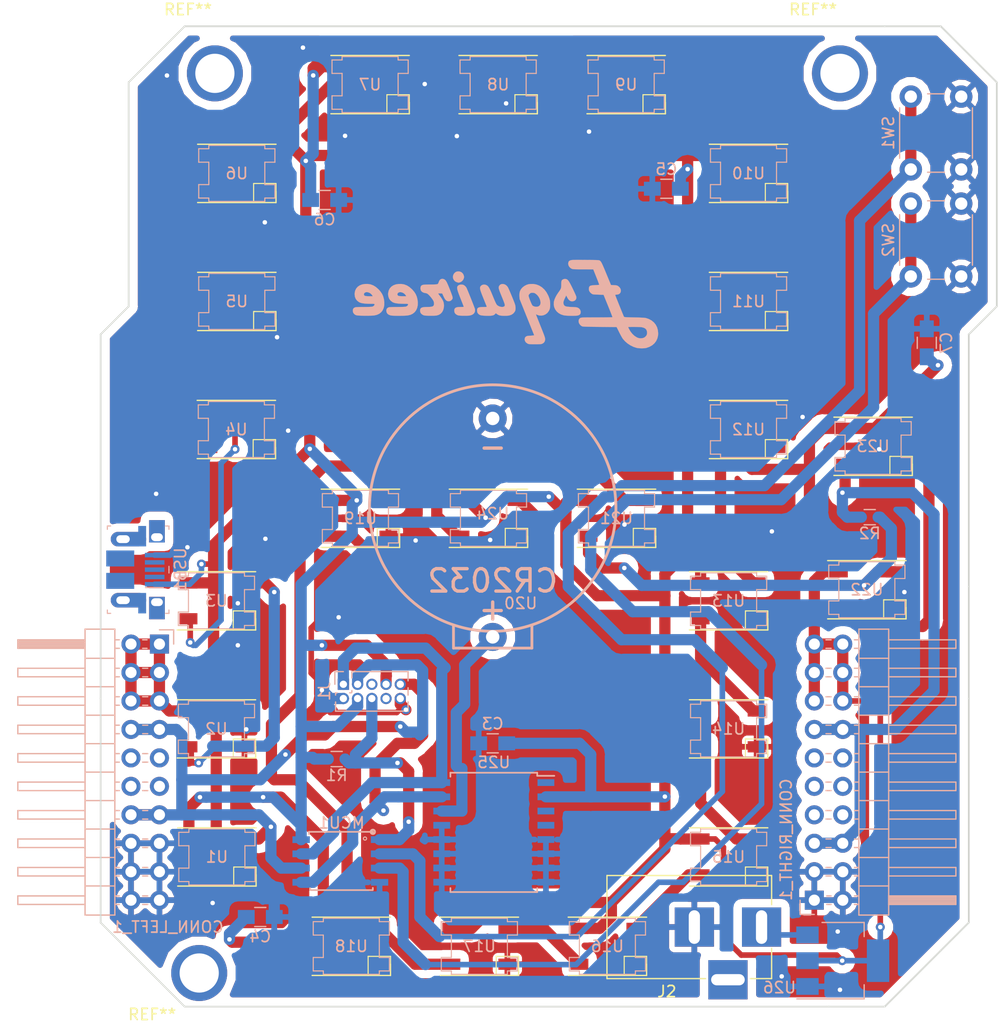
<source format=kicad_pcb>
(kicad_pcb (version 20171130) (host pcbnew "(5.0.0)")
  (layers (0 F.Cu signal) (31 B.Cu signal) (34 B.Paste user) (35 F.Paste user) (36 B.SilkS user) (37 F.SilkS user) (38 B.Mask user) (39 F.Mask user) (44 Edge.Cuts user))
  (net 0 "")
  (net 1 DIN)
  (net 2 GND)
  (net 3 +5V)
  (net 4 "Net-(U1-Pad2)")
  (net 5 "Net-(U2-Pad2)")
  (net 6 "Net-(U3-Pad2)")
  (net 7 "Net-(U4-Pad2)")
  (net 8 "Net-(U5-Pad2)")
  (net 9 "Net-(U6-Pad2)")
  (net 10 "Net-(U7-Pad2)")
  (net 11 "Net-(U11-Pad2)")
  (net 12 "Net-(U10-Pad4)")
  (net 13 "Net-(U10-Pad2)")
  (net 14 "Net-(U12-Pad2)")
  (net 15 "Net-(U13-Pad2)")
  (net 16 "Net-(U14-Pad2)")
  (net 17 "Net-(U15-Pad2)")
  (net 18 "Net-(R2-Pad2)")
  (net 19 "Net-(U16-Pad2)")
  (net 20 "Net-(U17-Pad2)")
  (net 21 "Net-(U18-Pad2)")
  (net 22 "Net-(U19-Pad2)")
  (net 23 SDA)
  (net 24 RST)
  (net 25 SCL)
  (net 26 BTN1)
  (net 27 BTN2)
  (net 28 DOUT)
  (net 29 "Net-(U24-Pad2)")
  (net 30 "Net-(U8-Pad2)")
  (net 31 "Net-(U20-Pad2)")
  (net 32 "Net-(U22-Pad2)")
  (net 33 "Net-(J2-Pad1)")
  (module "TEST:4mm Mount" (layer F.Cu) (at 236 31.7)
    (fp_text reference REF** (at -2.4 -3.2) (layer F.SilkS))
    (fp_text value "4mm Mount")
    (pad 1 thru_hole circle (at 0 2.5) (size 5 5) (drill 3.5) (layers *.Cu *.Mask))
  )
  (module "TEST:4mm Mount" (layer F.Cu) (at 180.2 31.7)
    (fp_text reference REF** (at -2.4 -3.2) (layer F.SilkS))
    (fp_text value "4mm Mount")
    (pad 1 thru_hole circle (at 0 2.5) (size 5 5) (drill 3.5) (layers *.Cu *.Mask))
  )
  (module "TEST:CR2032 Housing" (layer B.Cu) (at 205 73 180)
    (fp_text reference U24 (at 0 -0.5 180) (layer B.SilkS) (effects (justify mirror)))
    (fp_text value Bat)
    (fp_text user CR2032 (at 0 -6.5 180) (layer B.SilkS) (effects (font (size 2 2) (thickness 0.3)) (justify mirror)))
    (fp_text user - (at 0 5.5 180) (layer B.SilkS) (effects (font (size 2 2) (thickness 0.3)) (justify mirror)))
    (fp_text user + (at 0 -9 180) (layer B.SilkS) (effects (font (size 2 2) (thickness 0.3)) (justify mirror)))
    (pad 1 thru_hole circle (at 0 8 180) (size 2.5 2.5) (drill 1.2) (layers *.Cu *.Mask) (net 2 GND))
    (pad 2 thru_hole circle (at 0 -11.5 180) (size 2.5 2.5) (drill 1.2) (layers *.Cu *.Mask) (net 29 "Net-(U24-Pad2)"))
  )
  (module "DigiKey Library:USB_Micro_B_Female_10103594-0001LF" (layer B.Cu) (at 172 78.5 90)
    (fp_text reference USB1 (at 0 5.13 90) (layer B.SilkS) (effects (justify mirror)))
    (fp_text value USB_B_Micro)
    (pad SH smd rect (at 1 -0.25 90) (size 1.425 2.5) (layers B.Cu B.Paste B.Mask))
    (pad SH smd rect (at -2.99 1.71 90) (size 1.825 0.7) (layers B.Cu B.Paste B.Mask))
    (pad SH thru_hole oval (at -2.725 0 90) (size 1.3 3.15) (drill oval 0.7 1.2 (offset 0 0.48)) (layers *.Cu *.Mask))
    (pad SH thru_hole rect (at -2.9 3.03 90) (size 2 1.4) (drill oval 0.7 1.05 (offset -0.525 0)) (layers *.Cu *.Mask))
    (pad 1 smd rect (at -1.3 2.825 90) (size 0.4 1.75) (layers B.Cu B.Paste B.Mask) (net 3 +5V))
    (pad SH thru_hole rect (at 2.9 3.03 90) (size 2 1.4) (drill oval 0.7 1.05 (offset 0.525 0)) (layers *.Cu *.Mask))
    (pad 2 smd rect (at -0.65 2.825 90) (size 0.4 1.75) (layers B.Cu B.Paste B.Mask))
    (pad 3 smd rect (at 0 2.825 90) (size 0.4 1.75) (layers B.Cu B.Paste B.Mask))
    (pad 4 smd rect (at 0.65 2.825 90) (size 0.4 1.75) (layers B.Cu B.Paste B.Mask))
    (pad 5 smd rect (at 1.3 2.825 90) (size 0.4 1.75) (layers B.Cu B.Paste B.Mask) (net 2 GND))
    (pad SH thru_hole oval (at 2.725 0 90) (size 1.3 3.15) (drill oval 0.7 1.2 (offset 0 0.48)) (layers *.Cu *.Mask))
    (pad SH smd rect (at 2.99 1.71 90) (size 1.825 0.7) (layers B.Cu B.Paste B.Mask))
    (pad SH smd rect (at -1 -0.25 90) (size 1.425 2.5) (layers B.Cu B.Paste B.Mask))
  )
  (module TEST:WS2812B_Ver2 (layer F.Cu) (at 180.38 104.14)
    (fp_text reference U1 (at 0 0) (layer B.SilkS) (effects (justify mirror)))
    (fp_text value WS2812B)
    (pad 1 smd rect (at -2.5 -1.6) (size 1.6 1) (layers F.Cu F.Paste F.Mask) (net 3 +5V))
    (pad 2 smd rect (at -2.5 1.6) (size 1.6 1) (layers F.Cu F.Paste F.Mask) (net 4 "Net-(U1-Pad2)"))
    (pad 4 smd rect (at 2.5 -1.6) (size 1.6 1) (layers F.Cu F.Paste F.Mask) (net 1 DIN))
    (pad 3 smd rect (at 2.5 1.6) (size 1.6 1) (layers F.Cu F.Paste F.Mask) (net 2 GND))
  )
  (module TEST:WS2812B_Ver2 (layer F.Cu) (at 180.34 92.71)
    (fp_text reference U2 (at 0 0) (layer B.SilkS) (effects (justify mirror)))
    (fp_text value WS2812B)
    (pad 3 smd rect (at 2.5 1.6) (size 1.6 1) (layers F.Cu F.Paste F.Mask) (net 2 GND))
    (pad 4 smd rect (at 2.5 -1.6) (size 1.6 1) (layers F.Cu F.Paste F.Mask) (net 4 "Net-(U1-Pad2)"))
    (pad 2 smd rect (at -2.5 1.6) (size 1.6 1) (layers F.Cu F.Paste F.Mask) (net 5 "Net-(U2-Pad2)"))
    (pad 1 smd rect (at -2.5 -1.6) (size 1.6 1) (layers F.Cu F.Paste F.Mask) (net 3 +5V))
  )
  (module TEST:WS2812B_Ver2 (layer F.Cu) (at 180.34 81.28)
    (fp_text reference U3 (at 0 0) (layer B.SilkS) (effects (justify mirror)))
    (fp_text value WS2812B)
    (pad 3 smd rect (at 2.5 1.6) (size 1.6 1) (layers F.Cu F.Paste F.Mask) (net 2 GND))
    (pad 4 smd rect (at 2.5 -1.6) (size 1.6 1) (layers F.Cu F.Paste F.Mask) (net 5 "Net-(U2-Pad2)"))
    (pad 2 smd rect (at -2.5 1.6) (size 1.6 1) (layers F.Cu F.Paste F.Mask) (net 6 "Net-(U3-Pad2)"))
    (pad 1 smd rect (at -2.5 -1.6) (size 1.6 1) (layers F.Cu F.Paste F.Mask) (net 3 +5V))
  )
  (module TEST:WS2812B_Ver2 (layer F.Cu) (at 182.118 65.9892)
    (fp_text reference U4 (at 0 0) (layer B.SilkS) (effects (justify mirror)))
    (fp_text value WS2812B)
    (pad 1 smd rect (at -2.5 -1.6) (size 1.6 1) (layers F.Cu F.Paste F.Mask) (net 3 +5V))
    (pad 2 smd rect (at -2.5 1.6) (size 1.6 1) (layers F.Cu F.Paste F.Mask) (net 7 "Net-(U4-Pad2)"))
    (pad 4 smd rect (at 2.5 -1.6) (size 1.6 1) (layers F.Cu F.Paste F.Mask) (net 6 "Net-(U3-Pad2)"))
    (pad 3 smd rect (at 2.5 1.6) (size 1.6 1) (layers F.Cu F.Paste F.Mask) (net 2 GND))
  )
  (module TEST:WS2812B_Ver2 (layer F.Cu) (at 182.158 54.5592)
    (fp_text reference U5 (at 0 0) (layer B.SilkS) (effects (justify mirror)))
    (fp_text value WS2812B)
    (pad 3 smd rect (at 2.5 1.6) (size 1.6 1) (layers F.Cu F.Paste F.Mask) (net 2 GND))
    (pad 4 smd rect (at 2.5 -1.6) (size 1.6 1) (layers F.Cu F.Paste F.Mask) (net 7 "Net-(U4-Pad2)"))
    (pad 2 smd rect (at -2.5 1.6) (size 1.6 1) (layers F.Cu F.Paste F.Mask) (net 8 "Net-(U5-Pad2)"))
    (pad 1 smd rect (at -2.5 -1.6) (size 1.6 1) (layers F.Cu F.Paste F.Mask) (net 3 +5V))
  )
  (module TEST:WS2812B_Ver2 (layer F.Cu) (at 182.158 43.1292)
    (fp_text reference U6 (at 0 0) (layer B.SilkS) (effects (justify mirror)))
    (fp_text value WS2812B)
    (pad 1 smd rect (at -2.5 -1.6) (size 1.6 1) (layers F.Cu F.Paste F.Mask) (net 3 +5V))
    (pad 2 smd rect (at -2.5 1.6) (size 1.6 1) (layers F.Cu F.Paste F.Mask) (net 9 "Net-(U6-Pad2)"))
    (pad 4 smd rect (at 2.5 -1.6) (size 1.6 1) (layers F.Cu F.Paste F.Mask) (net 8 "Net-(U5-Pad2)"))
    (pad 3 smd rect (at 2.5 1.6) (size 1.6 1) (layers F.Cu F.Paste F.Mask) (net 2 GND))
  )
  (module TEST:WS2812B_Ver2 (layer F.Cu) (at 194.056 35.2044)
    (fp_text reference U7 (at 0 0) (layer B.SilkS) (effects (justify mirror)))
    (fp_text value WS2812B)
    (pad 3 smd rect (at 2.5 1.6) (size 1.6 1) (layers F.Cu F.Paste F.Mask) (net 2 GND))
    (pad 4 smd rect (at 2.5 -1.6) (size 1.6 1) (layers F.Cu F.Paste F.Mask) (net 9 "Net-(U6-Pad2)"))
    (pad 2 smd rect (at -2.5 1.6) (size 1.6 1) (layers F.Cu F.Paste F.Mask) (net 10 "Net-(U7-Pad2)"))
    (pad 1 smd rect (at -2.5 -1.6) (size 1.6 1) (layers F.Cu F.Paste F.Mask) (net 3 +5V))
  )
  (module TEST:WS2812B_Ver2 (layer F.Cu) (at 205.486 35.2044)
    (fp_text reference U8 (at 0 0) (layer B.SilkS) (effects (justify mirror)))
    (fp_text value WS2812B)
    (pad 3 smd rect (at 2.5 1.6) (size 1.6 1) (layers F.Cu F.Paste F.Mask) (net 2 GND))
    (pad 4 smd rect (at 2.5 -1.6) (size 1.6 1) (layers F.Cu F.Paste F.Mask) (net 10 "Net-(U7-Pad2)"))
    (pad 2 smd rect (at -2.5 1.6) (size 1.6 1) (layers F.Cu F.Paste F.Mask) (net 30 "Net-(U8-Pad2)"))
    (pad 1 smd rect (at -2.5 -1.6) (size 1.6 1) (layers F.Cu F.Paste F.Mask) (net 3 +5V))
  )
  (module TEST:WS2812B_Ver2 (layer F.Cu) (at 216.916 35.2044)
    (fp_text reference U9 (at 0 0) (layer B.SilkS) (effects (justify mirror)))
    (fp_text value WS2812B)
    (pad 3 smd rect (at 2.5 1.6) (size 1.6 1) (layers F.Cu F.Paste F.Mask) (net 2 GND))
    (pad 4 smd rect (at 2.5 -1.6) (size 1.6 1) (layers F.Cu F.Paste F.Mask) (net 30 "Net-(U8-Pad2)"))
    (pad 2 smd rect (at -2.5 1.6) (size 1.6 1) (layers F.Cu F.Paste F.Mask) (net 12 "Net-(U10-Pad4)"))
    (pad 1 smd rect (at -2.5 -1.6) (size 1.6 1) (layers F.Cu F.Paste F.Mask) (net 3 +5V))
  )
  (module TEST:WS2812B_Ver2 (layer F.Cu) (at 227.838 43.1292)
    (fp_text reference U10 (at 0 0) (layer B.SilkS) (effects (justify mirror)))
    (fp_text value WS2812B)
    (pad 1 smd rect (at -2.5 -1.6) (size 1.6 1) (layers F.Cu F.Paste F.Mask) (net 3 +5V))
    (pad 2 smd rect (at -2.5 1.6) (size 1.6 1) (layers F.Cu F.Paste F.Mask) (net 13 "Net-(U10-Pad2)"))
    (pad 4 smd rect (at 2.5 -1.6) (size 1.6 1) (layers F.Cu F.Paste F.Mask) (net 12 "Net-(U10-Pad4)"))
    (pad 3 smd rect (at 2.5 1.6) (size 1.6 1) (layers F.Cu F.Paste F.Mask) (net 2 GND))
  )
  (module TEST:WS2812B_Ver2 (layer F.Cu) (at 227.838 54.5592)
    (fp_text reference U11 (at 0 0) (layer B.SilkS) (effects (justify mirror)))
    (fp_text value WS2812B)
    (pad 1 smd rect (at -2.5 -1.6) (size 1.6 1) (layers F.Cu F.Paste F.Mask) (net 3 +5V))
    (pad 2 smd rect (at -2.5 1.6) (size 1.6 1) (layers F.Cu F.Paste F.Mask) (net 11 "Net-(U11-Pad2)"))
    (pad 4 smd rect (at 2.5 -1.6) (size 1.6 1) (layers F.Cu F.Paste F.Mask) (net 13 "Net-(U10-Pad2)"))
    (pad 3 smd rect (at 2.5 1.6) (size 1.6 1) (layers F.Cu F.Paste F.Mask) (net 2 GND))
  )
  (module TEST:WS2812B_Ver2 (layer F.Cu) (at 227.838 65.9892)
    (fp_text reference U12 (at 0 0) (layer B.SilkS) (effects (justify mirror)))
    (fp_text value WS2812B)
    (pad 3 smd rect (at 2.5 1.6) (size 1.6 1) (layers F.Cu F.Paste F.Mask) (net 2 GND))
    (pad 4 smd rect (at 2.5 -1.6) (size 1.6 1) (layers F.Cu F.Paste F.Mask) (net 11 "Net-(U11-Pad2)"))
    (pad 2 smd rect (at -2.5 1.6) (size 1.6 1) (layers F.Cu F.Paste F.Mask) (net 14 "Net-(U12-Pad2)"))
    (pad 1 smd rect (at -2.5 -1.6) (size 1.6 1) (layers F.Cu F.Paste F.Mask) (net 3 +5V))
  )
  (module TEST:WS2812B_Ver2 (layer F.Cu) (at 226.06 81.28)
    (fp_text reference U13 (at 0 0) (layer B.SilkS) (effects (justify mirror)))
    (fp_text value WS2812B)
    (pad 1 smd rect (at -2.5 -1.6) (size 1.6 1) (layers F.Cu F.Paste F.Mask) (net 3 +5V))
    (pad 2 smd rect (at -2.5 1.6) (size 1.6 1) (layers F.Cu F.Paste F.Mask) (net 15 "Net-(U13-Pad2)"))
    (pad 4 smd rect (at 2.5 -1.6) (size 1.6 1) (layers F.Cu F.Paste F.Mask) (net 14 "Net-(U12-Pad2)"))
    (pad 3 smd rect (at 2.5 1.6) (size 1.6 1) (layers F.Cu F.Paste F.Mask) (net 2 GND))
  )
  (module TEST:WS2812B_Ver2 (layer F.Cu) (at 226.06 92.71)
    (fp_text reference U14 (at 0 0) (layer B.SilkS) (effects (justify mirror)))
    (fp_text value WS2812B)
    (pad 3 smd rect (at 2.5 1.6) (size 1.6 1) (layers F.Cu F.Paste F.Mask) (net 2 GND))
    (pad 4 smd rect (at 2.5 -1.6) (size 1.6 1) (layers F.Cu F.Paste F.Mask) (net 15 "Net-(U13-Pad2)"))
    (pad 2 smd rect (at -2.5 1.6) (size 1.6 1) (layers F.Cu F.Paste F.Mask) (net 16 "Net-(U14-Pad2)"))
    (pad 1 smd rect (at -2.5 -1.6) (size 1.6 1) (layers F.Cu F.Paste F.Mask) (net 3 +5V))
  )
  (module TEST:WS2812B_Ver2 (layer F.Cu) (at 226.06 104.14)
    (fp_text reference U15 (at 0 0) (layer B.SilkS) (effects (justify mirror)))
    (fp_text value WS2812B)
    (pad 1 smd rect (at -2.5 -1.6) (size 1.6 1) (layers F.Cu F.Paste F.Mask) (net 3 +5V))
    (pad 2 smd rect (at -2.5 1.6) (size 1.6 1) (layers F.Cu F.Paste F.Mask) (net 17 "Net-(U15-Pad2)"))
    (pad 4 smd rect (at 2.5 -1.6) (size 1.6 1) (layers F.Cu F.Paste F.Mask) (net 16 "Net-(U14-Pad2)"))
    (pad 3 smd rect (at 2.5 1.6) (size 1.6 1) (layers F.Cu F.Paste F.Mask) (net 2 GND))
  )
  (module TEST:WS2812B_Ver2 (layer F.Cu) (at 215.2396 112.1156)
    (fp_text reference U16 (at 0 0) (layer B.SilkS) (effects (justify mirror)))
    (fp_text value WS2812B)
    (pad 3 smd rect (at 2.5 1.6) (size 1.6 1) (layers F.Cu F.Paste F.Mask) (net 2 GND))
    (pad 4 smd rect (at 2.5 -1.6) (size 1.6 1) (layers F.Cu F.Paste F.Mask) (net 17 "Net-(U15-Pad2)"))
    (pad 2 smd rect (at -2.5 1.6) (size 1.6 1) (layers F.Cu F.Paste F.Mask) (net 19 "Net-(U16-Pad2)"))
    (pad 1 smd rect (at -2.5 -1.6) (size 1.6 1) (layers F.Cu F.Paste F.Mask) (net 3 +5V))
  )
  (module TEST:WS2812B_Ver2 (layer F.Cu) (at 203.8096 112.1156)
    (fp_text reference U17 (at 0 0) (layer B.SilkS) (effects (justify mirror)))
    (fp_text value WS2812B)
    (pad 3 smd rect (at 2.5 1.6) (size 1.6 1) (layers F.Cu F.Paste F.Mask) (net 2 GND))
    (pad 4 smd rect (at 2.5 -1.6) (size 1.6 1) (layers F.Cu F.Paste F.Mask) (net 19 "Net-(U16-Pad2)"))
    (pad 2 smd rect (at -2.5 1.6) (size 1.6 1) (layers F.Cu F.Paste F.Mask) (net 20 "Net-(U17-Pad2)"))
    (pad 1 smd rect (at -2.5 -1.6) (size 1.6 1) (layers F.Cu F.Paste F.Mask) (net 3 +5V))
  )
  (module TEST:WS2812B_Ver2 (layer F.Cu) (at 192.3796 112.1156)
    (fp_text reference U18 (at 0 0) (layer B.SilkS) (effects (justify mirror)))
    (fp_text value WS2812B)
    (pad 1 smd rect (at -2.5 -1.6) (size 1.6 1) (layers F.Cu F.Paste F.Mask) (net 3 +5V))
    (pad 2 smd rect (at -2.5 1.6) (size 1.6 1) (layers F.Cu F.Paste F.Mask) (net 21 "Net-(U18-Pad2)"))
    (pad 4 smd rect (at 2.5 -1.6) (size 1.6 1) (layers F.Cu F.Paste F.Mask) (net 20 "Net-(U17-Pad2)"))
    (pad 3 smd rect (at 2.5 1.6) (size 1.6 1) (layers F.Cu F.Paste F.Mask) (net 2 GND))
  )
  (module TEST:WS2812B_Ver2 (layer F.Cu) (at 193.1924 73.914)
    (fp_text reference U19 (at 0 0) (layer B.SilkS) (effects (justify mirror)))
    (fp_text value WS2812B)
    (pad 3 smd rect (at 2.5 1.6) (size 1.6 1) (layers F.Cu F.Paste F.Mask) (net 2 GND))
    (pad 4 smd rect (at 2.5 -1.6) (size 1.6 1) (layers F.Cu F.Paste F.Mask) (net 21 "Net-(U18-Pad2)"))
    (pad 2 smd rect (at -2.5 1.6) (size 1.6 1) (layers F.Cu F.Paste F.Mask) (net 22 "Net-(U19-Pad2)"))
    (pad 1 smd rect (at -2.5 -1.6) (size 1.6 1) (layers F.Cu F.Paste F.Mask) (net 3 +5V))
  )
  (module TEST:WS2812B_Ver2 (layer F.Cu) (at 204.6224 73.914)
    (fp_text reference U20 (at 2.8776 7.586) (layer B.SilkS) (effects (justify mirror)))
    (fp_text value WS2812B)
    (pad 1 smd rect (at -2.5 -1.6) (size 1.6 1) (layers F.Cu F.Paste F.Mask) (net 3 +5V))
    (pad 2 smd rect (at -2.5 1.6) (size 1.6 1) (layers F.Cu F.Paste F.Mask) (net 31 "Net-(U20-Pad2)"))
    (pad 4 smd rect (at 2.5 -1.6) (size 1.6 1) (layers F.Cu F.Paste F.Mask) (net 22 "Net-(U19-Pad2)"))
    (pad 3 smd rect (at 2.5 1.6) (size 1.6 1) (layers F.Cu F.Paste F.Mask) (net 2 GND))
  )
  (module TEST:WS2812B_Ver2 (layer F.Cu) (at 216.0524 73.914)
    (fp_text reference U21 (at 0 0) (layer B.SilkS) (effects (justify mirror)))
    (fp_text value WS2812B)
    (pad 1 smd rect (at -2.5 -1.6) (size 1.6 1) (layers F.Cu F.Paste F.Mask) (net 3 +5V))
    (pad 2 smd rect (at -2.5 1.6) (size 1.6 1) (layers F.Cu F.Paste F.Mask) (net 18 "Net-(R2-Pad2)"))
    (pad 4 smd rect (at 2.5 -1.6) (size 1.6 1) (layers F.Cu F.Paste F.Mask) (net 31 "Net-(U20-Pad2)"))
    (pad 3 smd rect (at 2.5 1.6) (size 1.6 1) (layers F.Cu F.Paste F.Mask) (net 2 GND))
  )
  (module TEST:WS2812B_Ver2 (layer F.Cu) (at 238.4 80.29)
    (fp_text reference U22 (at 0 0) (layer B.SilkS) (effects (justify mirror)))
    (fp_text value WS2812B)
    (pad 3 smd rect (at 2.5 1.6) (size 1.6 1) (layers F.Cu F.Paste F.Mask) (net 2 GND))
    (pad 4 smd rect (at 2.5 -1.6) (size 1.6 1) (layers F.Cu F.Paste F.Mask) (net 18 "Net-(R2-Pad2)"))
    (pad 2 smd rect (at -2.5 1.6) (size 1.6 1) (layers F.Cu F.Paste F.Mask) (net 32 "Net-(U22-Pad2)"))
    (pad 1 smd rect (at -2.5 -1.6) (size 1.6 1) (layers F.Cu F.Paste F.Mask) (net 3 +5V))
  )
  (module TEST:WS2812B_Ver2 (layer F.Cu) (at 238.9588 67.4884)
    (fp_text reference U23 (at 0 0) (layer B.SilkS) (effects (justify mirror)))
    (fp_text value WS2812B)
    (pad 1 smd rect (at -2.5 -1.6) (size 1.6 1) (layers F.Cu F.Paste F.Mask) (net 3 +5V))
    (pad 2 smd rect (at -2.5 1.6) (size 1.6 1) (layers F.Cu F.Paste F.Mask) (net 28 DOUT))
    (pad 4 smd rect (at 2.5 -1.6) (size 1.6 1) (layers F.Cu F.Paste F.Mask) (net 32 "Net-(U22-Pad2)"))
    (pad 3 smd rect (at 2.5 1.6) (size 1.6 1) (layers F.Cu F.Paste F.Mask) (net 2 GND))
  )
  (module TEST:ATtiny85_SMD (layer B.Cu) (at 191.5 104.5 180)
    (fp_text reference MCU1 (at 0 3.4 180) (layer B.SilkS) (effects (justify mirror)))
    (fp_text value ATtiny85-20SU)
    (pad 1 smd rect (at -3.4 1.905 180) (size 1.55 0.6) (layers B.Cu B.Paste B.Mask) (net 24 RST))
    (pad 2 smd rect (at -3.4 0.635 180) (size 1.55 0.6) (layers B.Cu B.Paste B.Mask) (net 26 BTN1))
    (pad 3 smd rect (at -3.4 -0.635 180) (size 1.55 0.6) (layers B.Cu B.Paste B.Mask) (net 27 BTN2))
    (pad 4 smd rect (at -3.4 -1.905 180) (size 1.55 0.6) (layers B.Cu B.Paste B.Mask) (net 2 GND))
    (pad 5 smd rect (at 3.6 -1.905 180) (size 1.55 0.6) (layers B.Cu B.Paste B.Mask) (net 23 SDA))
    (pad 6 smd rect (at 3.6 -0.635 180) (size 1.55 0.6) (layers B.Cu B.Paste B.Mask) (net 1 DIN))
    (pad 7 smd rect (at 3.6 0.635 180) (size 1.55 0.6) (layers B.Cu B.Paste B.Mask) (net 25 SCL))
    (pad 8 smd rect (at 3.6 1.9 180) (size 1.55 0.6) (layers B.Cu B.Paste B.Mask) (net 3 +5V))
  )
  (module Capacitors_SMD:C_0805_HandSoldering (layer B.Cu) (at 205 94 180)
    (fp_text reference C3 (at 0 1.75 180) (layer B.SilkS) (effects (justify mirror)))
    (fp_text value 0.1uF)
    (pad 1 smd rect (at -1.25 0 180) (size 1.5 1.25) (layers B.Cu B.Paste B.Mask) (net 3 +5V))
    (pad 2 smd rect (at 1.25 0 180) (size 1.5 1.25) (layers B.Cu B.Paste B.Mask) (net 2 GND))
  )
  (module Capacitors_SMD:C_0805_HandSoldering (layer B.Cu) (at 184.25 109.5)
    (fp_text reference C4 (at 0 1.75) (layer B.SilkS) (effects (justify mirror)))
    (fp_text value 0.1uF)
    (pad 2 smd rect (at 1.25 0) (size 1.5 1.25) (layers B.Cu B.Paste B.Mask) (net 2 GND))
    (pad 1 smd rect (at -1.25 0) (size 1.5 1.25) (layers B.Cu B.Paste B.Mask) (net 3 +5V))
  )
  (module Capacitors_SMD:C_0805_HandSoldering (layer B.Cu) (at 220.5 44.5 180)
    (fp_text reference C5 (at 0 1.75 180) (layer B.SilkS) (effects (justify mirror)))
    (fp_text value 0.1uF)
    (pad 2 smd rect (at 1.25 0 180) (size 1.5 1.25) (layers B.Cu B.Paste B.Mask) (net 2 GND))
    (pad 1 smd rect (at -1.25 0 180) (size 1.5 1.25) (layers B.Cu B.Paste B.Mask) (net 3 +5V))
  )
  (module Capacitors_SMD:C_0805_HandSoldering (layer B.Cu) (at 190 45.5)
    (fp_text reference C6 (at 0 1.75) (layer B.SilkS) (effects (justify mirror)))
    (fp_text value 0.1uF)
    (pad 2 smd rect (at 1.25 0) (size 1.5 1.25) (layers B.Cu B.Paste B.Mask) (net 2 GND))
    (pad 1 smd rect (at -1.25 0) (size 1.5 1.25) (layers B.Cu B.Paste B.Mask) (net 3 +5V))
  )
  (module Capacitors_SMD:C_0805_HandSoldering (layer B.Cu) (at 243.75 58.25 90)
    (fp_text reference C7 (at 0 1.75 90) (layer B.SilkS) (effects (justify mirror)))
    (fp_text value 0.1uF)
    (pad 1 smd rect (at -1.25 0 90) (size 1.5 1.25) (layers B.Cu B.Paste B.Mask) (net 3 +5V))
    (pad 2 smd rect (at 1.25 0 90) (size 1.5 1.25) (layers B.Cu B.Paste B.Mask) (net 2 GND))
  )
  (module Pin_Headers:Pin_Header_Straight_2x05_Pitch1.27mm (layer B.Cu) (at 191.67 88.73 270)
    (fp_text reference J1 (at 0.635 1.695 270) (layer B.SilkS) (effects (justify mirror)))
    (fp_text value AVR-JTAG-10)
    (pad 10 thru_hole oval (at 1.27 -5.08 270) (size 1 1) (drill 0.65) (layers *.Cu *.Mask) (net 2 GND))
    (pad 9 thru_hole oval (at 0 -5.08 270) (size 1 1) (drill 0.65) (layers *.Cu *.Mask) (net 23 SDA))
    (pad 8 thru_hole oval (at 1.27 -3.81 270) (size 1 1) (drill 0.65) (layers *.Cu *.Mask))
    (pad 7 thru_hole oval (at 0 -3.81 270) (size 1 1) (drill 0.65) (layers *.Cu *.Mask) (net 3 +5V))
    (pad 6 thru_hole oval (at 1.27 -2.54 270) (size 1 1) (drill 0.65) (layers *.Cu *.Mask) (net 24 RST))
    (pad 5 thru_hole oval (at 0 -2.54 270) (size 1 1) (drill 0.65) (layers *.Cu *.Mask))
    (pad 4 thru_hole oval (at 1.27 -1.27 270) (size 1 1) (drill 0.65) (layers *.Cu *.Mask) (net 3 +5V))
    (pad 3 thru_hole oval (at 0 -1.27 270) (size 1 1) (drill 0.65) (layers *.Cu *.Mask) (net 1 DIN))
    (pad 2 thru_hole oval (at 1.27 0 270) (size 1 1) (drill 0.65) (layers *.Cu *.Mask) (net 2 GND))
    (pad 1 thru_hole rect (at 0 0 270) (size 1 1) (drill 0.65) (layers *.Cu *.Mask) (net 25 SCL))
  )
  (module Resistors_SMD:R_0603 (layer B.Cu) (at 191.0708 95.4024)
    (fp_text reference R1 (at 0 1.45) (layer B.SilkS) (effects (justify mirror)))
    (fp_text value 10k)
    (pad 1 smd rect (at -0.75 0) (size 0.5 0.9) (layers B.Cu B.Paste B.Mask) (net 3 +5V))
    (pad 2 smd rect (at 0.75 0) (size 0.5 0.9) (layers B.Cu B.Paste B.Mask) (net 24 RST))
  )
  (module Resistors_SMD:R_0603 (layer B.Cu) (at 238.6584 73.8124)
    (fp_text reference R2 (at 0 1.45) (layer B.SilkS) (effects (justify mirror)))
    (fp_text value "0 Ohms")
    (pad 2 smd rect (at 0.75 0) (size 0.5 0.9) (layers B.Cu B.Paste B.Mask) (net 18 "Net-(R2-Pad2)"))
    (pad 1 smd rect (at -0.75 0) (size 0.5 0.9) (layers B.Cu B.Paste B.Mask) (net 28 DOUT))
  )
  (module Buttons_Switches_THT:SW_PUSH_6mm (layer B.Cu) (at 242.325001 36.275001 270)
    (fp_text reference SW1 (at 3.25 2 270) (layer B.SilkS) (effects (justify mirror)))
    (fp_text value SW_Push)
    (pad 1 thru_hole circle (at 6.5 0 180) (size 2 2) (drill 1.1) (layers *.Cu *.Mask) (net 26 BTN1))
    (pad 2 thru_hole circle (at 6.5 -4.5 180) (size 2 2) (drill 1.1) (layers *.Cu *.Mask) (net 2 GND))
    (pad 1 thru_hole circle (at 0 0 180) (size 2 2) (drill 1.1) (layers *.Cu *.Mask) (net 26 BTN1))
    (pad 2 thru_hole circle (at 0 -4.5 180) (size 2 2) (drill 1.1) (layers *.Cu *.Mask) (net 2 GND))
  )
  (module Buttons_Switches_THT:SW_PUSH_6mm (layer B.Cu) (at 242.325001 45.825001 270)
    (fp_text reference SW2 (at 3.25 2 270) (layer B.SilkS) (effects (justify mirror)))
    (fp_text value SW_Push)
    (pad 2 thru_hole circle (at 0 -4.5 180) (size 2 2) (drill 1.1) (layers *.Cu *.Mask) (net 2 GND))
    (pad 1 thru_hole circle (at 0 0 180) (size 2 2) (drill 1.1) (layers *.Cu *.Mask) (net 27 BTN2))
    (pad 2 thru_hole circle (at 6.5 -4.5 180) (size 2 2) (drill 1.1) (layers *.Cu *.Mask) (net 2 GND))
    (pad 1 thru_hole circle (at 6.5 0 180) (size 2 2) (drill 1.1) (layers *.Cu *.Mask) (net 27 BTN2))
  )
  (module Pin_Headers:Pin_Header_Angled_2x10_Pitch2.54mm (layer B.Cu) (at 175.25 85.14 180)
    (fp_text reference CONN_LEFT_1 (at -0.75 -25.26 180) (layer B.SilkS) (effects (justify mirror)))
    (fp_text value Conn_02x10_Odd_Even)
    (pad 1 thru_hole rect (at 0 0 180) (size 1.7 1.7) (drill 1) (layers *.Cu *.Mask) (net 3 +5V))
    (pad 2 thru_hole oval (at 2.54 0 180) (size 1.7 1.7) (drill 1) (layers *.Cu *.Mask) (net 3 +5V))
    (pad 3 thru_hole oval (at 0 -2.54 180) (size 1.7 1.7) (drill 1) (layers *.Cu *.Mask) (net 3 +5V))
    (pad 4 thru_hole oval (at 2.54 -2.54 180) (size 1.7 1.7) (drill 1) (layers *.Cu *.Mask) (net 3 +5V))
    (pad 5 thru_hole oval (at 0 -5.08 180) (size 1.7 1.7) (drill 1) (layers *.Cu *.Mask) (net 3 +5V))
    (pad 6 thru_hole oval (at 2.54 -5.08 180) (size 1.7 1.7) (drill 1) (layers *.Cu *.Mask) (net 3 +5V))
    (pad 7 thru_hole oval (at 0 -7.62 180) (size 1.7 1.7) (drill 1) (layers *.Cu *.Mask) (net 1 DIN))
    (pad 8 thru_hole oval (at 2.54 -7.62 180) (size 1.7 1.7) (drill 1) (layers *.Cu *.Mask) (net 1 DIN))
    (pad 9 thru_hole oval (at 0 -10.16 180) (size 1.7 1.7) (drill 1) (layers *.Cu *.Mask))
    (pad 10 thru_hole oval (at 2.54 -10.16 180) (size 1.7 1.7) (drill 1) (layers *.Cu *.Mask))
    (pad 11 thru_hole oval (at 0 -12.7 180) (size 1.7 1.7) (drill 1) (layers *.Cu *.Mask))
    (pad 12 thru_hole oval (at 2.54 -12.7 180) (size 1.7 1.7) (drill 1) (layers *.Cu *.Mask))
    (pad 13 thru_hole oval (at 0 -15.24 180) (size 1.7 1.7) (drill 1) (layers *.Cu *.Mask) (net 1 DIN))
    (pad 14 thru_hole oval (at 2.54 -15.24 180) (size 1.7 1.7) (drill 1) (layers *.Cu *.Mask) (net 1 DIN))
    (pad 15 thru_hole oval (at 0 -17.78 180) (size 1.7 1.7) (drill 1) (layers *.Cu *.Mask) (net 2 GND))
    (pad 16 thru_hole oval (at 2.54 -17.78 180) (size 1.7 1.7) (drill 1) (layers *.Cu *.Mask) (net 2 GND))
    (pad 17 thru_hole oval (at 0 -20.32 180) (size 1.7 1.7) (drill 1) (layers *.Cu *.Mask) (net 2 GND))
    (pad 18 thru_hole oval (at 2.54 -20.32 180) (size 1.7 1.7) (drill 1) (layers *.Cu *.Mask) (net 2 GND))
    (pad 19 thru_hole oval (at 0 -22.86 180) (size 1.7 1.7) (drill 1) (layers *.Cu *.Mask) (net 2 GND))
    (pad 20 thru_hole oval (at 2.54 -22.86 180) (size 1.7 1.7) (drill 1) (layers *.Cu *.Mask) (net 2 GND))
  )
  (module Pin_Headers:Pin_Header_Angled_2x10_Pitch2.54mm (layer B.Cu) (at 233.71 108)
    (fp_text reference CONN_RIGHT_1 (at -2.51 -5.4 90) (layer B.SilkS) (effects (justify mirror)))
    (fp_text value Conn_02x10_Odd_Even)
    (pad 20 thru_hole oval (at 2.54 -22.86) (size 1.7 1.7) (drill 1) (layers *.Cu *.Mask) (net 3 +5V))
    (pad 19 thru_hole oval (at 0 -22.86) (size 1.7 1.7) (drill 1) (layers *.Cu *.Mask) (net 3 +5V))
    (pad 18 thru_hole oval (at 2.54 -20.32) (size 1.7 1.7) (drill 1) (layers *.Cu *.Mask) (net 3 +5V))
    (pad 17 thru_hole oval (at 0 -20.32) (size 1.7 1.7) (drill 1) (layers *.Cu *.Mask) (net 3 +5V))
    (pad 16 thru_hole oval (at 2.54 -17.78) (size 1.7 1.7) (drill 1) (layers *.Cu *.Mask) (net 3 +5V))
    (pad 15 thru_hole oval (at 0 -17.78) (size 1.7 1.7) (drill 1) (layers *.Cu *.Mask) (net 3 +5V))
    (pad 14 thru_hole oval (at 2.54 -15.24) (size 1.7 1.7) (drill 1) (layers *.Cu *.Mask) (net 28 DOUT))
    (pad 13 thru_hole oval (at 0 -15.24) (size 1.7 1.7) (drill 1) (layers *.Cu *.Mask) (net 28 DOUT))
    (pad 12 thru_hole oval (at 2.54 -12.7) (size 1.7 1.7) (drill 1) (layers *.Cu *.Mask))
    (pad 11 thru_hole oval (at 0 -12.7) (size 1.7 1.7) (drill 1) (layers *.Cu *.Mask))
    (pad 10 thru_hole oval (at 2.54 -10.16) (size 1.7 1.7) (drill 1) (layers *.Cu *.Mask))
    (pad 9 thru_hole oval (at 0 -10.16) (size 1.7 1.7) (drill 1) (layers *.Cu *.Mask))
    (pad 8 thru_hole oval (at 2.54 -7.62) (size 1.7 1.7) (drill 1) (layers *.Cu *.Mask))
    (pad 7 thru_hole oval (at 0 -7.62) (size 1.7 1.7) (drill 1) (layers *.Cu *.Mask))
    (pad 6 thru_hole oval (at 2.54 -5.08) (size 1.7 1.7) (drill 1) (layers *.Cu *.Mask) (net 28 DOUT))
    (pad 5 thru_hole oval (at 0 -5.08) (size 1.7 1.7) (drill 1) (layers *.Cu *.Mask) (net 28 DOUT))
    (pad 4 thru_hole oval (at 2.54 -2.54) (size 1.7 1.7) (drill 1) (layers *.Cu *.Mask) (net 2 GND))
    (pad 3 thru_hole oval (at 0 -2.54) (size 1.7 1.7) (drill 1) (layers *.Cu *.Mask) (net 2 GND))
    (pad 2 thru_hole oval (at 2.54 0) (size 1.7 1.7) (drill 1) (layers *.Cu *.Mask) (net 2 GND))
    (pad 1 thru_hole rect (at 0 0) (size 1.7 1.7) (drill 1) (layers *.Cu *.Mask) (net 2 GND))
  )
  (module Housings_SOIC:SOIC-16W_7.5x10.3mm_Pitch1.27mm (layer B.Cu) (at 205.1 101.95 180)
    (fp_text reference U25 (at 0 6.25 180) (layer B.SilkS) (effects (justify mirror)))
    (fp_text value DS3231M)
    (pad 16 smd rect (at 4.65 4.445 180) (size 1.5 0.6) (layers B.Cu B.Paste B.Mask) (net 25 SCL))
    (pad 15 smd rect (at 4.65 3.175 180) (size 1.5 0.6) (layers B.Cu B.Paste B.Mask) (net 23 SDA))
    (pad 14 smd rect (at 4.65 1.905 180) (size 1.5 0.6) (layers B.Cu B.Paste B.Mask) (net 29 "Net-(U24-Pad2)"))
    (pad 13 smd rect (at 4.65 0.635 180) (size 1.5 0.6) (layers B.Cu B.Paste B.Mask) (net 2 GND))
    (pad 12 smd rect (at 4.65 -0.635 180) (size 1.5 0.6) (layers B.Cu B.Paste B.Mask) (net 2 GND))
    (pad 11 smd rect (at 4.65 -1.905 180) (size 1.5 0.6) (layers B.Cu B.Paste B.Mask) (net 2 GND))
    (pad 10 smd rect (at 4.65 -3.175 180) (size 1.5 0.6) (layers B.Cu B.Paste B.Mask) (net 2 GND))
    (pad 9 smd rect (at 4.65 -4.445 180) (size 1.5 0.6) (layers B.Cu B.Paste B.Mask) (net 2 GND))
    (pad 8 smd rect (at -4.65 -4.445 180) (size 1.5 0.6) (layers B.Cu B.Paste B.Mask) (net 2 GND))
    (pad 7 smd rect (at -4.65 -3.175 180) (size 1.5 0.6) (layers B.Cu B.Paste B.Mask) (net 2 GND))
    (pad 6 smd rect (at -4.65 -1.905 180) (size 1.5 0.6) (layers B.Cu B.Paste B.Mask) (net 2 GND))
    (pad 5 smd rect (at -4.65 -0.635 180) (size 1.5 0.6) (layers B.Cu B.Paste B.Mask) (net 2 GND))
    (pad 4 smd rect (at -4.65 0.635 180) (size 1.5 0.6) (layers B.Cu B.Paste B.Mask))
    (pad 3 smd rect (at -4.65 1.905 180) (size 1.5 0.6) (layers B.Cu B.Paste B.Mask))
    (pad 2 smd rect (at -4.65 3.175 180) (size 1.5 0.6) (layers B.Cu B.Paste B.Mask) (net 3 +5V))
    (pad 1 smd rect (at -4.65 4.445 180) (size 1.5 0.6) (layers B.Cu B.Paste B.Mask))
  )
  (module Connectors:BARREL_JACK (layer F.Cu) (at 229 110.4)
    (fp_text reference J2 (at -8.45 5.75 180) (layer F.SilkS))
    (fp_text value Barrel_Jack)
    (pad 3 thru_hole rect (at -3 4.7) (size 3.5 3.5) (drill oval 3 1) (layers *.Cu *.Mask))
    (pad 2 thru_hole rect (at -6 0) (size 3.5 3.5) (drill oval 1 3) (layers *.Cu *.Mask) (net 2 GND))
    (pad 1 thru_hole rect (at 0 0) (size 3.5 3.5) (drill oval 1 3) (layers *.Cu *.Mask) (net 33 "Net-(J2-Pad1)"))
  )
  (module TO_SOT_Packages_SMD:SOT-223-3_TabPin2 (layer B.Cu) (at 236.25 113.4)
    (fp_text reference U26 (at -5.65 2.4) (layer B.SilkS) (effects (justify mirror)))
    (fp_text value AZ1117-5.0)
    (pad 1 smd rect (at -3.15 2.3) (size 2 1.5) (layers B.Cu B.Paste B.Mask) (net 2 GND))
    (pad 3 smd rect (at -3.15 -2.3) (size 2 1.5) (layers B.Cu B.Paste B.Mask) (net 33 "Net-(J2-Pad1)"))
    (pad 2 smd rect (at -3.15 0) (size 2 1.5) (layers B.Cu B.Paste B.Mask) (net 3 +5V))
    (pad 2 smd rect (at 3.15 0) (size 2 3.8) (layers B.Cu B.Paste B.Mask) (net 3 +5V))
  )
  (module "TEST:Esquiree 30mm" (layer B.Cu) (at 206 54.6 180)
    (fp_text reference G*** hide)
    (fp_text value LOGO hide)
  )
  (module "TEST:4mm Mount" (layer F.Cu) (at 178.8 112)
    (fp_text reference REF** (at -4.2 6.2) (layer F.SilkS))
    (fp_text value "4mm Mount")
    (pad 1 thru_hole circle (at 0 2.5) (size 5 5) (drill 3.5) (layers *.Cu *.Mask))
  )
  (gr_line (start 245 30) (end 240 30) (layer Edge.Cuts) (width 0.15))
  (gr_line (start 240 117.5) (end 235 117.5) (layer Edge.Cuts) (width 0.15))
  (gr_line (start 240 30) (end 177.5 30) (layer Edge.Cuts) (width 0.15))
  (gr_line (start 245 112.5) (end 240 117.5) (layer Edge.Cuts) (width 0.15))
  (gr_line (start 247.5 110) (end 245 112.5) (layer Edge.Cuts) (width 0.15))
  (gr_line (start 247.5 80) (end 247.5 57.5) (layer Edge.Cuts) (width 0.15))
  (gr_line (start 247.5 90) (end 247.5 80) (layer Edge.Cuts) (width 0.15))
  (gr_line (start 247.5 90) (end 247.5 110) (layer Edge.Cuts) (width 0.15))
  (gr_line (start 245 30) (end 250 35) (layer Edge.Cuts) (width 0.15))
  (gr_line (start 247.5 57.5) (end 250 55) (layer Edge.Cuts) (width 0.15))
  (gr_line (start 250 55) (end 250 35) (layer Edge.Cuts) (width 0.15))
  (gr_line (start 170 110) (end 172.5 112.5) (layer Edge.Cuts) (width 0.15))
  (gr_line (start 170 90) (end 170 110) (layer Edge.Cuts) (width 0.15))
  (gr_line (start 170 80) (end 170 57.5) (layer Edge.Cuts) (width 0.15))
  (gr_line (start 172.5 55) (end 170 57.5) (layer Edge.Cuts) (width 0.15))
  (gr_line (start 172.5 55) (end 172.5 35) (layer Edge.Cuts) (width 0.15))
  (gr_line (start 170 90) (end 170 80) (layer Edge.Cuts) (width 0.15))
  (gr_line (start 177.5 117.5) (end 235 117.5) (layer Edge.Cuts) (width 0.15))
  (gr_line (start 172.5 112.5) (end 177.5 117.5) (layer Edge.Cuts) (width 0.15))
  (gr_line (start 177.5 30) (end 172.5 35) (layer Edge.Cuts) (width 0.15))
  (segment (start 186.125 105.135) (end 185.2 104.21) (width 1) (layer B.Cu) (net 1))
  (segment (start 187.9 105.135) (end 186.125 105.135) (width 1) (layer B.Cu) (net 1))
  (segment (start 185.2 104.21) (end 185.2 101.45) (width 1) (layer B.Cu) (net 1))
  (segment (start 185.2 101.45) (end 185.2 101.45) (width 1) (layer B.Cu) (net 1))
  (via (at 185.2 101.45) (size 0.8) (drill 0.4) (layers F.Cu B.Cu) (net 1))
  (segment (start 184.11 102.54) (end 185.2 101.45) (width 1) (layer F.Cu) (net 1))
  (segment (start 182.88 102.54) (end 184.11 102.54) (width 1) (layer F.Cu) (net 1))
  (segment (start 172.71 100.38) (end 175.25 100.38) (width 1) (layer F.Cu) (net 1))
  (segment (start 184.13 100.38) (end 185.2 101.45) (width 1) (layer B.Cu) (net 1))
  (segment (start 172.71 92.76) (end 175.25 92.76) (width 1) (layer B.Cu) (net 1))
  (segment (start 172.71 100.38) (end 177.25 100.38) (width 1) (layer B.Cu) (net 1))
  (segment (start 177.25 100.38) (end 184.13 100.38) (width 1) (layer B.Cu) (net 1))
  (segment (start 176.75 92.76) (end 175.25 92.76) (width 1) (layer B.Cu) (net 1))
  (segment (start 177.25 93.26) (end 176.75 92.76) (width 1) (layer B.Cu) (net 1))
  (segment (start 177.25 100.38) (end 177.25 97.25) (width 1) (layer B.Cu) (net 1))
  (segment (start 177.25 97.25) (end 177.25 93.26) (width 1) (layer B.Cu) (net 1))
  (segment (start 186.5 95) (end 184.25 97.25) (width 1) (layer B.Cu) (net 1))
  (segment (start 184.25 97.25) (end 177.25 97.25) (width 1) (layer B.Cu) (net 1))
  (segment (start 188.25 93.25) (end 186.5 95) (width 1) (layer F.Cu) (net 1))
  (segment (start 190 93.25) (end 188.25 93.25) (width 1) (layer F.Cu) (net 1))
  (segment (start 192.94 88.73) (end 192.94 88.022894) (width 1) (layer B.Cu) (net 1))
  (segment (start 198.25 87) (end 198.75 87.5) (width 1) (layer B.Cu) (net 1))
  (segment (start 192.94 88.022894) (end 193.962894 87) (width 1) (layer B.Cu) (net 1))
  (segment (start 198.75 87.5) (end 198.75 93) (width 1) (layer B.Cu) (net 1))
  (segment (start 198.75 93) (end 198.5 93.25) (width 1) (layer B.Cu) (net 1))
  (segment (start 193.962894 87) (end 198.25 87) (width 1) (layer B.Cu) (net 1))
  (via (at 186.5 95) (size 0.8) (drill 0.4) (layers F.Cu B.Cu) (net 1))
  (segment (start 198.75 93) (end 197.25 93) (width 1) (layer B.Cu) (net 1))
  (via (at 196.75 92.5) (size 0.8) (drill 0.4) (layers F.Cu B.Cu) (net 1))
  (segment (start 197.25 93) (end 196.75 92.5) (width 1) (layer B.Cu) (net 1))
  (segment (start 190.75 92.5) (end 190 93.25) (width 1) (layer F.Cu) (net 1))
  (segment (start 196.75 92.5) (end 190.75 92.5) (width 1) (layer F.Cu) (net 1))
  (via (at 198.9328 35.1536) (size 0.8) (drill 0.4) (layers F.Cu B.Cu) (net 2))
  (via (at 206.1972 36.8808) (size 0.8) (drill 0.4) (layers F.Cu B.Cu) (net 2))
  (via (at 184.658 47.498) (size 0.8) (drill 0.4) (layers F.Cu B.Cu) (net 2))
  (via (at 186.7408 66.0908) (size 0.8) (drill 0.4) (layers F.Cu B.Cu) (net 2))
  (via (at 229.9208 75.0824) (size 0.8) (drill 0.4) (layers F.Cu B.Cu) (net 2))
  (via (at 232.664 64.8716) (size 0.8) (drill 0.4) (layers F.Cu B.Cu) (net 2))
  (via (at 204.7748 75.8444) (size 0.8) (drill 0.4) (layers F.Cu B.Cu) (net 2))
  (via (at 198.12 75.8952) (size 0.8) (drill 0.4) (layers F.Cu B.Cu) (net 2))
  (via (at 216.7636 74.4728) (size 0.8) (drill 0.4) (layers F.Cu B.Cu) (net 2))
  (via (at 174.9552 71.7296) (size 0.8) (drill 0.4) (layers F.Cu B.Cu) (net 2))
  (via (at 184.7088 75.7428) (size 0.8) (drill 0.4) (layers F.Cu B.Cu) (net 2))
  (via (at 191.8208 39.7764) (size 0.8) (drill 0.4) (layers F.Cu B.Cu) (net 2))
  (via (at 188.0616 31.9024) (size 0.8) (drill 0.4) (layers F.Cu B.Cu) (net 2))
  (via (at 175.9204 34.3916) (size 0.8) (drill 0.4) (layers F.Cu B.Cu) (net 2))
  (segment (start 185.5 109.5) (end 185.5 107.5) (width 1) (layer B.Cu) (net 2))
  (segment (start 185.5 107.5) (end 180.75 107.5) (width 1) (layer B.Cu) (net 2))
  (via (at 180 108.25) (size 0.8) (drill 0.4) (layers F.Cu B.Cu) (net 2))
  (segment (start 180.75 107.5) (end 180 108.25) (width 1) (layer B.Cu) (net 2))
  (segment (start 180.37 108.25) (end 182.88 105.74) (width 1) (layer F.Cu) (net 2))
  (segment (start 180 108.25) (end 180.37 108.25) (width 1) (layer F.Cu) (net 2))
  (segment (start 191.67 90) (end 190.5 90) (width 1) (layer B.Cu) (net 2))
  (via (at 189.75 89.25) (size 0.8) (drill 0.4) (layers F.Cu B.Cu) (net 2))
  (segment (start 190.5 90) (end 189.75 89.25) (width 1) (layer B.Cu) (net 2))
  (via (at 197.25 91) (size 0.8) (drill 0.4) (layers F.Cu B.Cu) (net 2))
  (segment (start 196.75 90) (end 196.75 90.5) (width 1) (layer F.Cu) (net 2))
  (segment (start 196.75 90.5) (end 197.25 91) (width 1) (layer F.Cu) (net 2))
  (via (at 182.25 81.5) (size 0.8) (drill 0.4) (layers F.Cu B.Cu) (net 2))
  (via (at 182.25 85.25) (size 0.8) (drill 0.4) (layers F.Cu B.Cu) (net 2))
  (via (at 183 92.75) (size 0.8) (drill 0.4) (layers F.Cu B.Cu) (net 2))
  (via (at 239.5 67.75) (size 0.8) (drill 0.4) (layers F.Cu B.Cu) (net 2))
  (via (at 241.75 80.5) (size 0.8) (drill 0.4) (layers F.Cu B.Cu) (net 2))
  (segment (start 196.684315 91) (end 196.434315 91.25) (width 0.5) (layer F.Cu) (net 2))
  (segment (start 197.25 91) (end 196.684315 91) (width 0.5) (layer F.Cu) (net 2))
  (segment (start 196.434315 91.25) (end 190.5 91.25) (width 0.5) (layer F.Cu) (net 2))
  (segment (start 189.75 90.5) (end 189.75 89.25) (width 0.5) (layer F.Cu) (net 2))
  (segment (start 190.5 91.25) (end 189.75 90.5) (width 0.5) (layer F.Cu) (net 2))
  (segment (start 188.79999 87.734305) (end 188.79999 83.70001) (width 0.5) (layer F.Cu) (net 2))
  (segment (start 189.75 89.25) (end 189.75 88.684315) (width 0.5) (layer F.Cu) (net 2))
  (segment (start 189.75 88.684315) (end 188.79999 87.734305) (width 0.5) (layer F.Cu) (net 2))
  (via (at 191.25 82.75) (size 0.8) (drill 0.4) (layers F.Cu B.Cu) (net 2))
  (segment (start 188.79999 83.70001) (end 189.75 82.75) (width 0.5) (layer F.Cu) (net 2))
  (segment (start 189.75 82.75) (end 191.25 82.75) (width 0.5) (layer F.Cu) (net 2))
  (via (at 185.75 57.75) (size 0.8) (drill 0.4) (layers F.Cu B.Cu) (net 2))
  (segment (start 200.45 101.315) (end 200.45 102.585) (width 0.5) (layer B.Cu) (net 2))
  (segment (start 176.2 77.2) (end 176.9 76.5) (width 0.5) (layer B.Cu) (net 2))
  (segment (start 174.825 77.2) (end 176.2 77.2) (width 0.5) (layer B.Cu) (net 2))
  (via (at 177.75 76.5) (size 0.8) (drill 0.4) (layers F.Cu B.Cu) (net 2))
  (segment (start 176.9 76.5) (end 177.75 76.5) (width 0.5) (layer B.Cu) (net 2))
  (via (at 201.8 39.8) (size 0.8) (drill 0.4) (layers F.Cu B.Cu) (net 2))
  (via (at 213.6 39.4) (size 0.8) (drill 0.4) (layers F.Cu B.Cu) (net 2))
  (via (at 230.8 114.8) (size 0.8) (drill 0.4) (layers F.Cu B.Cu) (net 2))
  (via (at 236 116) (size 0.8) (drill 0.4) (layers F.Cu B.Cu) (net 2))
  (via (at 235.8 110.8) (size 0.8) (drill 0.4) (layers F.Cu B.Cu) (net 2))
  (segment (start 176.14 91.11) (end 175.25 90.22) (width 1) (layer F.Cu) (net 3))
  (segment (start 177.84 91.11) (end 176.14 91.11) (width 1) (layer F.Cu) (net 3))
  (segment (start 172.71 90.22) (end 175.25 90.22) (width 1) (layer F.Cu) (net 3))
  (segment (start 179.918 64.3892) (end 183.7028 60.6044) (width 1) (layer F.Cu) (net 3))
  (segment (start 179.618 64.3892) (end 179.918 64.3892) (width 1) (layer F.Cu) (net 3))
  (segment (start 183.7028 60.6044) (end 186.1312 60.6044) (width 1) (layer F.Cu) (net 3))
  (segment (start 186.1312 60.6044) (end 188.3156 58.42) (width 1) (layer F.Cu) (net 3))
  (segment (start 188.3156 58.42) (end 188.3156 51.0032) (width 1) (layer F.Cu) (net 3))
  (segment (start 188.3156 51.0032) (end 187.8584 50.546) (width 1) (layer F.Cu) (net 3))
  (segment (start 179.958 52.9592) (end 179.658 52.9592) (width 1) (layer F.Cu) (net 3))
  (segment (start 182.3712 50.546) (end 179.958 52.9592) (width 1) (layer F.Cu) (net 3))
  (segment (start 187.8584 50.546) (end 182.3712 50.546) (width 1) (layer F.Cu) (net 3))
  (segment (start 179.658 40.0292) (end 179.86 39.8272) (width 1) (layer F.Cu) (net 3))
  (segment (start 179.658 41.5292) (end 179.658 40.0292) (width 1) (layer F.Cu) (net 3))
  (segment (start 179.86 39.8272) (end 186.1312 39.8272) (width 1) (layer F.Cu) (net 3))
  (segment (start 188.3156 42.0116) (end 188.3156 51.0032) (width 1) (layer F.Cu) (net 3))
  (segment (start 186.1312 39.8272) (end 188.3156 42.0116) (width 1) (layer F.Cu) (net 3))
  (via (at 188.3156 42.0116) (size 0.8) (drill 0.4) (layers F.Cu B.Cu) (net 3))
  (segment (start 189.756 33.6044) (end 188.976 34.3844) (width 1) (layer F.Cu) (net 3))
  (segment (start 191.556 33.6044) (end 189.756 33.6044) (width 1) (layer F.Cu) (net 3))
  (via (at 188.976 34.3844) (size 0.8) (drill 0.4) (layers F.Cu B.Cu) (net 3))
  (segment (start 188.976 41.3512) (end 188.3156 42.0116) (width 1) (layer B.Cu) (net 3))
  (segment (start 188.976 34.3844) (end 188.976 41.3512) (width 1) (layer B.Cu) (net 3))
  (segment (start 202.986 32.1044) (end 202.4792 31.5976) (width 1) (layer F.Cu) (net 3))
  (segment (start 202.986 33.6044) (end 202.986 32.1044) (width 1) (layer F.Cu) (net 3))
  (segment (start 202.4792 31.5976) (end 191.1096 31.5976) (width 1) (layer F.Cu) (net 3))
  (segment (start 188.976 33.7312) (end 188.976 34.3844) (width 1) (layer F.Cu) (net 3))
  (segment (start 191.1096 31.5976) (end 188.976 33.7312) (width 1) (layer F.Cu) (net 3))
  (segment (start 210.6092 31.5976) (end 202.4792 31.5976) (width 1) (layer F.Cu) (net 3))
  (segment (start 212.616 33.6044) (end 210.6092 31.5976) (width 1) (layer F.Cu) (net 3))
  (segment (start 214.416 33.6044) (end 212.616 33.6044) (width 1) (layer F.Cu) (net 3))
  (segment (start 177.88 102.54) (end 177.88 99.7928) (width 1) (layer F.Cu) (net 3))
  (via (at 178.8668 98.806) (size 0.8) (drill 0.4) (layers F.Cu B.Cu) (net 3))
  (segment (start 177.88 99.7928) (end 178.8668 98.806) (width 1) (layer F.Cu) (net 3))
  (segment (start 179.432485 98.806) (end 178.8668 98.806) (width 1) (layer B.Cu) (net 3))
  (segment (start 187.9 101.3) (end 185.406 98.806) (width 1) (layer B.Cu) (net 3))
  (segment (start 187.9 102.6) (end 187.9 101.3) (width 1) (layer B.Cu) (net 3))
  (segment (start 177.84 89.61) (end 180.086 87.364) (width 1) (layer F.Cu) (net 3))
  (segment (start 177.84 91.11) (end 177.84 89.61) (width 1) (layer F.Cu) (net 3))
  (segment (start 180.086 87.364) (end 180.086 79.9592) (width 1) (layer F.Cu) (net 3))
  (segment (start 179.8068 79.68) (end 177.84 79.68) (width 1) (layer F.Cu) (net 3))
  (segment (start 180.086 79.9592) (end 179.8068 79.68) (width 1) (layer F.Cu) (net 3))
  (segment (start 172.71 90.22) (end 172.71 85.14) (width 1) (layer F.Cu) (net 3))
  (segment (start 172.71 85.14) (end 175.25 85.14) (width 1) (layer F.Cu) (net 3))
  (segment (start 175.25 85.14) (end 175.25 90.22) (width 1) (layer F.Cu) (net 3))
  (segment (start 175.25 87.68) (end 172.71 87.68) (width 1) (layer F.Cu) (net 3))
  (segment (start 188.6712 58.7756) (end 188.3156 58.42) (width 1) (layer F.Cu) (net 3))
  (segment (start 188.6712 67.7164) (end 188.6712 58.7756) (width 1) (layer F.Cu) (net 3))
  (segment (start 180.086 76.3016) (end 188.6712 67.7164) (width 1) (layer F.Cu) (net 3))
  (via (at 188.6712 67.7164) (size 0.8) (drill 0.4) (layers F.Cu B.Cu) (net 3))
  (segment (start 190.6924 72.314) (end 192.862 72.314) (width 1) (layer F.Cu) (net 3))
  (via (at 192.862 72.314) (size 0.8) (drill 0.4) (layers F.Cu B.Cu) (net 3))
  (segment (start 192.862 71.9072) (end 188.6712 67.7164) (width 1) (layer B.Cu) (net 3))
  (segment (start 192.862 72.314) (end 192.862 71.9072) (width 1) (layer B.Cu) (net 3))
  (segment (start 192.862 72.314) (end 192.462001 72.713999) (width 1) (layer B.Cu) (net 3))
  (segment (start 192.462001 75.253999) (end 187.9 79.816) (width 1) (layer B.Cu) (net 3))
  (segment (start 188.798 41.5292) (end 188.3156 42.0116) (width 1) (layer F.Cu) (net 3))
  (segment (start 222.4024 41.5292) (end 188.798 41.5292) (width 1) (layer F.Cu) (net 3))
  (segment (start 225.338 41.5292) (end 222.4024 41.5292) (width 1) (layer F.Cu) (net 3))
  (segment (start 222.4024 76.8604) (end 220.3704 78.8924) (width 1) (layer F.Cu) (net 3))
  (segment (start 220.3704 103.4288) (end 215.5952 108.204) (width 1) (layer F.Cu) (net 3))
  (segment (start 203.1096 110.5156) (end 201.3096 110.5156) (width 1) (layer F.Cu) (net 3))
  (segment (start 205.4212 108.204) (end 203.1096 110.5156) (width 1) (layer F.Cu) (net 3))
  (segment (start 215.5952 108.204) (end 205.4212 108.204) (width 1) (layer F.Cu) (net 3))
  (segment (start 215.5952 109.46) (end 215.5952 108.204) (width 1) (layer F.Cu) (net 3))
  (segment (start 214.5396 110.5156) (end 215.5952 109.46) (width 1) (layer F.Cu) (net 3))
  (segment (start 212.7396 110.5156) (end 214.5396 110.5156) (width 1) (layer F.Cu) (net 3))
  (segment (start 221.6836 91.0336) (end 220.3704 91.0336) (width 1) (layer F.Cu) (net 3))
  (segment (start 221.76 91.11) (end 221.6836 91.0336) (width 1) (layer F.Cu) (net 3))
  (segment (start 223.56 91.11) (end 221.76 91.11) (width 1) (layer F.Cu) (net 3))
  (segment (start 222.4024 77.0224) (end 222.4024 76.8604) (width 1) (layer F.Cu) (net 3))
  (segment (start 223.56 78.18) (end 222.4024 77.0224) (width 1) (layer F.Cu) (net 3))
  (segment (start 223.56 79.68) (end 223.56 78.18) (width 1) (layer F.Cu) (net 3))
  (via (at 204.3684 73.8632) (size 0.8) (drill 0.4) (layers F.Cu B.Cu) (net 3))
  (segment (start 202.1224 72.314) (end 202.8192 72.314) (width 1) (layer F.Cu) (net 3))
  (segment (start 202.8192 72.314) (end 204.3684 73.8632) (width 1) (layer F.Cu) (net 3))
  (segment (start 192.5572 74.263199) (end 192.462001 74.168) (width 1) (layer B.Cu) (net 3))
  (segment (start 203.968401 74.263199) (end 192.5572 74.263199) (width 1) (layer B.Cu) (net 3))
  (segment (start 204.3684 73.8632) (end 203.968401 74.263199) (width 1) (layer B.Cu) (net 3))
  (segment (start 192.462001 72.713999) (end 192.462001 74.168) (width 1) (layer B.Cu) (net 3))
  (segment (start 192.462001 74.168) (end 192.462001 75.253999) (width 1) (layer B.Cu) (net 3))
  (segment (start 211.7524 72.314) (end 211.5312 72.5352) (width 1) (layer F.Cu) (net 3))
  (segment (start 213.5524 72.314) (end 211.7524 72.314) (width 1) (layer F.Cu) (net 3))
  (segment (start 214.3252 80.8228) (end 220.3704 80.8228) (width 1) (layer F.Cu) (net 3))
  (segment (start 211.5312 78.0288) (end 214.3252 80.8228) (width 1) (layer F.Cu) (net 3))
  (segment (start 220.3704 78.8924) (end 220.3704 80.8228) (width 1) (layer F.Cu) (net 3))
  (segment (start 220.3704 80.8228) (end 220.3704 91.0336) (width 1) (layer F.Cu) (net 3))
  (via (at 210.0072 71.9836) (size 0.8) (drill 0.4) (layers F.Cu B.Cu) (net 3))
  (segment (start 211.3788 73.3552) (end 210.0072 71.9836) (width 1) (layer F.Cu) (net 3))
  (segment (start 211.5312 73.3552) (end 211.3788 73.3552) (width 1) (layer F.Cu) (net 3))
  (segment (start 211.5312 73.3552) (end 211.5312 78.0288) (width 1) (layer F.Cu) (net 3))
  (segment (start 211.5312 72.5352) (end 211.5312 73.3552) (width 1) (layer F.Cu) (net 3))
  (via (at 204.3684 73.8632) (size 0.8) (drill 0.4) (layers F.Cu B.Cu) (net 3))
  (segment (start 210.0072 71.9836) (end 206.248 71.9836) (width 1) (layer B.Cu) (net 3))
  (segment (start 206.248 71.9836) (end 204.3684 73.8632) (width 1) (layer B.Cu) (net 3))
  (via (at 220.3704 98.7552) (size 0.8) (drill 0.4) (layers F.Cu B.Cu) (net 3))
  (segment (start 220.3506 98.775) (end 220.3704 98.7552) (width 1) (layer B.Cu) (net 3))
  (segment (start 220.3704 91.0336) (end 220.3704 98.7552) (width 1) (layer F.Cu) (net 3))
  (segment (start 221.7344 102.5144) (end 220.3704 102.5144) (width 1) (layer F.Cu) (net 3))
  (segment (start 221.76 102.54) (end 221.7344 102.5144) (width 1) (layer F.Cu) (net 3))
  (segment (start 223.56 102.54) (end 221.76 102.54) (width 1) (layer F.Cu) (net 3))
  (segment (start 220.3704 98.7552) (end 220.3704 102.5144) (width 1) (layer F.Cu) (net 3))
  (segment (start 220.3704 102.5144) (end 220.3704 103.4288) (width 1) (layer F.Cu) (net 3))
  (segment (start 189.8796 110.5156) (end 189.8796 102.6052) (width 1) (layer F.Cu) (net 3))
  (via (at 184.5056 98.806) (size 0.8) (drill 0.4) (layers F.Cu B.Cu) (net 3))
  (segment (start 186.0804 98.806) (end 184.5056 98.806) (width 1) (layer F.Cu) (net 3))
  (segment (start 189.8796 102.6052) (end 186.0804 98.806) (width 1) (layer F.Cu) (net 3))
  (segment (start 185.406 98.806) (end 184.5056 98.806) (width 1) (layer B.Cu) (net 3))
  (segment (start 184.5056 98.806) (end 179.432485 98.806) (width 1) (layer B.Cu) (net 3))
  (segment (start 235.9 77.19) (end 233.2736 74.5636) (width 1) (layer F.Cu) (net 3))
  (segment (start 235.9 78.69) (end 235.9 77.19) (width 1) (layer F.Cu) (net 3))
  (segment (start 234.6588 65.8884) (end 236.4588 65.8884) (width 1) (layer F.Cu) (net 3))
  (segment (start 234.4412 65.8884) (end 234.6588 65.8884) (width 1) (layer F.Cu) (net 3))
  (segment (start 233.2736 67.056) (end 234.4412 65.8884) (width 1) (layer F.Cu) (net 3))
  (segment (start 227.138 64.3892) (end 227.9904 65.2416) (width 1) (layer F.Cu) (net 3))
  (segment (start 225.338 64.3892) (end 227.138 64.3892) (width 1) (layer F.Cu) (net 3))
  (segment (start 227.9904 65.2416) (end 227.9904 69.3928) (width 1) (layer F.Cu) (net 3))
  (segment (start 227.9904 69.3928) (end 228.1428 69.5452) (width 1) (layer F.Cu) (net 3))
  (segment (start 228.1428 69.5452) (end 233.2736 69.5452) (width 1) (layer F.Cu) (net 3))
  (segment (start 233.2736 74.5636) (end 233.2736 69.5452) (width 1) (layer F.Cu) (net 3))
  (segment (start 233.2736 69.5452) (end 233.2736 67.056) (width 1) (layer F.Cu) (net 3))
  (segment (start 236.25 90.22) (end 236.25 85.14) (width 1) (layer F.Cu) (net 3))
  (segment (start 233.71 85.14) (end 233.71 90.22) (width 1) (layer F.Cu) (net 3))
  (segment (start 233.71 85.14) (end 236.25 85.14) (width 1) (layer F.Cu) (net 3))
  (segment (start 234.5436 78.69) (end 235.9 78.69) (width 1) (layer F.Cu) (net 3))
  (segment (start 233.71 79.5236) (end 234.5436 78.69) (width 1) (layer F.Cu) (net 3))
  (segment (start 233.71 85.14) (end 233.71 79.5236) (width 1) (layer F.Cu) (net 3))
  (segment (start 188.9184 95.25) (end 187.9 95.25) (width 1) (layer B.Cu) (net 3))
  (segment (start 189.0708 95.4024) (end 188.9184 95.25) (width 1) (layer B.Cu) (net 3))
  (segment (start 190.3208 95.4024) (end 189.0708 95.4024) (width 1) (layer B.Cu) (net 3))
  (segment (start 187.9 95.25) (end 187.9 101.3) (width 1) (layer B.Cu) (net 3))
  (segment (start 206.25 94) (end 212.75 94) (width 1) (layer B.Cu) (net 3))
  (segment (start 213.75 95) (end 213.75 98.775) (width 1) (layer B.Cu) (net 3))
  (segment (start 212.75 94) (end 213.75 95) (width 1) (layer B.Cu) (net 3))
  (segment (start 209.75 98.775) (end 213.75 98.775) (width 1) (layer B.Cu) (net 3))
  (segment (start 213.75 98.775) (end 220.3506 98.775) (width 1) (layer B.Cu) (net 3))
  (segment (start 188.0796 110.5156) (end 186.8452 111.75) (width 1) (layer F.Cu) (net 3))
  (segment (start 189.8796 110.5156) (end 188.0796 110.5156) (width 1) (layer F.Cu) (net 3))
  (segment (start 186.8452 111.75) (end 184.25 111.75) (width 1) (layer F.Cu) (net 3))
  (via (at 181.5 111.5) (size 0.8) (drill 0.4) (layers F.Cu B.Cu) (net 3))
  (segment (start 184.25 111.75) (end 181.75 111.75) (width 1) (layer F.Cu) (net 3))
  (segment (start 181.75 111.75) (end 181.5 111.5) (width 1) (layer F.Cu) (net 3))
  (segment (start 181.5 111) (end 183 109.5) (width 1) (layer B.Cu) (net 3))
  (segment (start 181.5 111.5) (end 181.5 111) (width 1) (layer B.Cu) (net 3))
  (via (at 222.4024 42.75) (size 0.8) (drill 0.4) (layers F.Cu B.Cu) (net 3))
  (segment (start 221.75 43.4024) (end 222.4024 42.75) (width 1) (layer B.Cu) (net 3))
  (segment (start 221.75 44.5) (end 221.75 43.4024) (width 1) (layer B.Cu) (net 3))
  (segment (start 222.4024 41.5292) (end 222.4024 42.75) (width 1) (layer F.Cu) (net 3))
  (segment (start 188.75 42.446) (end 188.3156 42.0116) (width 1) (layer B.Cu) (net 3))
  (segment (start 188.75 45.5) (end 188.75 42.446) (width 1) (layer B.Cu) (net 3))
  (segment (start 191.147106 92.5) (end 187.9 92.5) (width 1) (layer B.Cu) (net 3))
  (segment (start 192.94 90.707106) (end 191.147106 92.5) (width 1) (layer B.Cu) (net 3))
  (segment (start 192.94 90) (end 192.94 90.707106) (width 1) (layer B.Cu) (net 3))
  (segment (start 187.9 92.5) (end 187.9 95.25) (width 1) (layer B.Cu) (net 3))
  (segment (start 195.48 88.022894) (end 195.5 88.002894) (width 1) (layer F.Cu) (net 3))
  (segment (start 195.48 88.73) (end 195.48 88.022894) (width 1) (layer F.Cu) (net 3))
  (segment (start 195.5 88.002894) (end 195.5 87) (width 1) (layer F.Cu) (net 3))
  (via (at 189.75 85.25) (size 0.8) (drill 0.4) (layers F.Cu B.Cu) (net 3))
  (segment (start 195.5 87) (end 193.75 85.25) (width 1) (layer F.Cu) (net 3))
  (segment (start 193.75 85.25) (end 189.75 85.25) (width 1) (layer F.Cu) (net 3))
  (segment (start 189.184315 85.25) (end 187.9 85.25) (width 1) (layer B.Cu) (net 3))
  (segment (start 189.75 85.25) (end 189.184315 85.25) (width 1) (layer B.Cu) (net 3))
  (segment (start 187.9 79.816) (end 187.9 85.25) (width 1) (layer B.Cu) (net 3))
  (segment (start 187.9 85.25) (end 187.9 92.5) (width 1) (layer B.Cu) (net 3))
  (segment (start 223.4272 64.5) (end 222.4024 64.5) (width 1) (layer F.Cu) (net 3))
  (segment (start 223.538 64.3892) (end 223.4272 64.5) (width 1) (layer F.Cu) (net 3))
  (segment (start 225.338 64.3892) (end 223.538 64.3892) (width 1) (layer F.Cu) (net 3))
  (segment (start 222.4024 64.5) (end 222.4024 76.8604) (width 1) (layer F.Cu) (net 3))
  (via (at 244.75 60.25) (size 0.8) (drill 0.4) (layers F.Cu B.Cu) (net 3))
  (segment (start 236.4588 65.8884) (end 239.1116 65.8884) (width 1) (layer F.Cu) (net 3))
  (segment (start 239.1116 65.8884) (end 244.75 60.25) (width 1) (layer F.Cu) (net 3))
  (segment (start 244.5 60.25) (end 243.75 59.5) (width 1) (layer B.Cu) (net 3))
  (segment (start 244.75 60.25) (end 244.5 60.25) (width 1) (layer B.Cu) (net 3))
  (segment (start 223.4972 53) (end 222.4024 53) (width 1) (layer F.Cu) (net 3))
  (segment (start 223.538 52.9592) (end 223.4972 53) (width 1) (layer F.Cu) (net 3))
  (segment (start 225.338 52.9592) (end 223.538 52.9592) (width 1) (layer F.Cu) (net 3))
  (segment (start 222.4024 42.75) (end 222.4024 53) (width 1) (layer F.Cu) (net 3))
  (segment (start 222.4024 53) (end 222.4024 64.5) (width 1) (layer F.Cu) (net 3))
  (segment (start 174.825 79.8) (end 177.95 79.8) (width 0.5) (layer B.Cu) (net 3))
  (segment (start 177.95 79.8) (end 179 78.75) (width 0.5) (layer B.Cu) (net 3))
  (via (at 179 78) (size 0.8) (drill 0.4) (layers F.Cu B.Cu) (net 3))
  (segment (start 179 78.75) (end 179 78) (width 0.5) (layer B.Cu) (net 3))
  (segment (start 179 78) (end 180.086 78) (width 0.5) (layer F.Cu) (net 3))
  (segment (start 180.086 79.9592) (end 180.086 78) (width 1) (layer F.Cu) (net 3))
  (segment (start 180.086 78) (end 180.086 76.3016) (width 1) (layer F.Cu) (net 3))
  (segment (start 224.86 102.54) (end 225.6 103.28) (width 0.5) (layer F.Cu) (net 3))
  (segment (start 223.56 102.54) (end 224.86 102.54) (width 0.5) (layer F.Cu) (net 3))
  (segment (start 227.189997 112.899999) (end 235.699999 112.899999) (width 0.5) (layer F.Cu) (net 3))
  (segment (start 225.6 103.28) (end 225.6 111.310002) (width 0.5) (layer F.Cu) (net 3))
  (segment (start 225.6 111.310002) (end 227.189997 112.899999) (width 0.5) (layer F.Cu) (net 3))
  (via (at 236.2 113.4) (size 0.8) (drill 0.4) (layers F.Cu B.Cu) (net 3))
  (segment (start 235.699999 112.899999) (end 236.2 113.4) (width 0.5) (layer F.Cu) (net 3))
  (segment (start 233.1 113.4) (end 236.2 113.4) (width 0.5) (layer B.Cu) (net 3))
  (segment (start 236.2 113.4) (end 239.4 113.4) (width 0.5) (layer B.Cu) (net 3))
  (segment (start 236.25 90.22) (end 239.02 90.22) (width 0.5) (layer F.Cu) (net 3))
  (segment (start 239.02 90.22) (end 239.6 90.8) (width 0.5) (layer F.Cu) (net 3))
  (via (at 239.6 110.4) (size 0.8) (drill 0.4) (layers F.Cu B.Cu) (net 3))
  (segment (start 239.6 90.8) (end 239.6 110.4) (width 0.5) (layer F.Cu) (net 3))
  (segment (start 239.6 113.2) (end 239.4 113.4) (width 0.5) (layer B.Cu) (net 3))
  (segment (start 239.6 110.4) (end 239.6 113.2) (width 0.5) (layer B.Cu) (net 3))
  (segment (start 181.04 91.11) (end 182.84 91.11) (width 1) (layer F.Cu) (net 4))
  (segment (start 180.32 91.83) (end 181.04 91.11) (width 1) (layer F.Cu) (net 4))
  (segment (start 180.32 105.1) (end 180.32 91.83) (width 1) (layer F.Cu) (net 4))
  (segment (start 179.68 105.74) (end 180.32 105.1) (width 1) (layer F.Cu) (net 4))
  (segment (start 177.88 105.74) (end 179.68 105.74) (width 1) (layer F.Cu) (net 4))
  (via (at 185.5 80.5) (size 0.8) (drill 0.4) (layers F.Cu B.Cu) (net 5))
  (segment (start 184.68 79.68) (end 185.5 80.5) (width 1) (layer F.Cu) (net 5))
  (segment (start 182.84 79.68) (end 184.68 79.68) (width 1) (layer F.Cu) (net 5))
  (segment (start 177.84 94.31) (end 177.84 95.59) (width 1) (layer F.Cu) (net 5))
  (segment (start 184.75 94.25) (end 180 94.25) (width 1) (layer B.Cu) (net 5))
  (segment (start 185.5 93.5) (end 184.75 94.25) (width 1) (layer B.Cu) (net 5))
  (segment (start 185.5 80.5) (end 185.5 93.5) (width 1) (layer B.Cu) (net 5))
  (via (at 178.75 95.75) (size 0.8) (drill 0.4) (layers F.Cu B.Cu) (net 5))
  (segment (start 180 94.25) (end 180 94.5) (width 0.5) (layer B.Cu) (net 5))
  (segment (start 180 94.5) (end 178.75 95.75) (width 0.5) (layer B.Cu) (net 5))
  (segment (start 178 95.75) (end 177.84 95.59) (width 0.5) (layer F.Cu) (net 5))
  (segment (start 178.75 95.75) (end 178 95.75) (width 0.5) (layer F.Cu) (net 5))
  (segment (start 184.618 64.3892) (end 182.8608 64.3892) (width 0.5) (layer F.Cu) (net 6))
  (segment (start 182.8608 64.3892) (end 182 65.25) (width 0.5) (layer F.Cu) (net 6))
  (via (at 182 67.75) (size 0.8) (drill 0.4) (layers F.Cu B.Cu) (net 6))
  (segment (start 182 65.25) (end 182 67.75) (width 0.5) (layer F.Cu) (net 6))
  (segment (start 182 67.75) (end 180.75 69) (width 0.5) (layer B.Cu) (net 6))
  (segment (start 180.75 69) (end 180.75 83) (width 0.5) (layer B.Cu) (net 6))
  (segment (start 180.75 83) (end 178.5 85.25) (width 0.5) (layer B.Cu) (net 6))
  (via (at 178 85) (size 0.8) (drill 0.4) (layers F.Cu B.Cu) (net 6))
  (segment (start 178.5 85.25) (end 178.25 85.25) (width 0.5) (layer B.Cu) (net 6))
  (segment (start 178.25 85.25) (end 178 85) (width 0.5) (layer B.Cu) (net 6))
  (segment (start 178 83.04) (end 177.84 82.88) (width 0.5) (layer F.Cu) (net 6))
  (segment (start 178 85) (end 178 83.04) (width 0.5) (layer F.Cu) (net 6))
  (segment (start 182.858 52.9592) (end 184.658 52.9592) (width 1) (layer F.Cu) (net 7))
  (segment (start 179.618 67.5892) (end 177.818 67.5892) (width 1) (layer F.Cu) (net 7))
  (segment (start 177.8 67.5712) (end 177.8 62.65) (width 1) (layer F.Cu) (net 7))
  (segment (start 177.818 67.5892) (end 177.8 67.5712) (width 1) (layer F.Cu) (net 7))
  (segment (start 177.8 62.65) (end 182.65 57.8) (width 1) (layer F.Cu) (net 7))
  (segment (start 182.65 57.8) (end 182.65 53.1672) (width 1) (layer F.Cu) (net 7))
  (segment (start 182.65 53.1672) (end 182.858 52.9592) (width 1) (layer F.Cu) (net 7))
  (segment (start 182.858 41.5292) (end 182.2 42.1872) (width 1) (layer F.Cu) (net 8))
  (segment (start 184.658 41.5292) (end 182.858 41.5292) (width 1) (layer F.Cu) (net 8))
  (segment (start 182.2 42.1872) (end 182.2 48.05) (width 1) (layer F.Cu) (net 8))
  (segment (start 182.2 48.05) (end 179.3 50.95) (width 1) (layer F.Cu) (net 8))
  (segment (start 179.3 50.95) (end 178.85 50.95) (width 1) (layer F.Cu) (net 8))
  (segment (start 178.85 50.95) (end 177.75 52.05) (width 1) (layer F.Cu) (net 8))
  (segment (start 179.358 56.1592) (end 179.658 56.1592) (width 1) (layer F.Cu) (net 8))
  (segment (start 177.75 54.5512) (end 179.358 56.1592) (width 1) (layer F.Cu) (net 8))
  (segment (start 177.75 52.05) (end 177.75 54.5512) (width 1) (layer F.Cu) (net 8))
  (segment (start 196.256 33.6044) (end 196.556 33.6044) (width 1) (layer F.Cu) (net 9))
  (segment (start 194.6604 35.2) (end 196.256 33.6044) (width 1) (layer F.Cu) (net 9))
  (segment (start 179.658 44.7292) (end 177.858 44.7292) (width 1) (layer F.Cu) (net 9))
  (segment (start 177.858 44.7292) (end 176.55 43.4212) (width 1) (layer F.Cu) (net 9))
  (segment (start 190.600398 35.2) (end 194.6604 35.2) (width 1) (layer F.Cu) (net 9))
  (segment (start 176.55 43.4212) (end 176.55 39.7) (width 1) (layer F.Cu) (net 9))
  (segment (start 176.55 39.7) (end 177.75 38.5) (width 1) (layer F.Cu) (net 9))
  (segment (start 177.75 38.5) (end 187.300398 38.5) (width 1) (layer F.Cu) (net 9))
  (segment (start 187.300398 38.5) (end 190.600398 35.2) (width 1) (layer F.Cu) (net 9))
  (segment (start 191.856 36.8044) (end 191.556 36.8044) (width 1) (layer F.Cu) (net 10))
  (segment (start 207.986 33.764) (end 206.65 35.1) (width 1) (layer F.Cu) (net 10))
  (segment (start 206.65 35.1) (end 202.05 35.1) (width 1) (layer F.Cu) (net 10))
  (segment (start 207.986 33.6044) (end 207.986 33.764) (width 1) (layer F.Cu) (net 10))
  (segment (start 202.05 35.1) (end 198.6 38.55) (width 1) (layer F.Cu) (net 10))
  (segment (start 198.6 38.55) (end 193.6016 38.55) (width 1) (layer F.Cu) (net 10))
  (segment (start 193.6016 38.55) (end 191.856 36.8044) (width 1) (layer F.Cu) (net 10))
  (segment (start 230.038 64.3892) (end 230.338 64.3892) (width 1) (layer F.Cu) (net 11))
  (segment (start 225.338 59.6892) (end 230.038 64.3892) (width 1) (layer F.Cu) (net 11))
  (segment (start 225.338 56.1592) (end 225.338 59.6892) (width 1) (layer F.Cu) (net 11))
  (segment (start 216.216 36.8044) (end 214.416 36.8044) (width 1) (layer F.Cu) (net 12))
  (segment (start 218.2116 38.8) (end 216.216 36.8044) (width 1) (layer F.Cu) (net 12))
  (segment (start 227.3088 38.8) (end 218.2116 38.8) (width 1) (layer F.Cu) (net 12))
  (segment (start 230.038 41.5292) (end 227.3088 38.8) (width 1) (layer F.Cu) (net 12))
  (segment (start 230.338 41.5292) (end 230.038 41.5292) (width 1) (layer F.Cu) (net 12))
  (segment (start 225.638 44.7292) (end 225.338 44.7292) (width 1) (layer F.Cu) (net 13))
  (segment (start 230.338 49.4292) (end 225.638 44.7292) (width 1) (layer F.Cu) (net 13))
  (segment (start 230.338 52.9592) (end 230.338 49.4292) (width 1) (layer F.Cu) (net 13))
  (segment (start 228.26 79.68) (end 228.56 79.68) (width 1) (layer F.Cu) (net 14))
  (segment (start 225.338 76.758) (end 228.26 79.68) (width 1) (layer F.Cu) (net 14))
  (segment (start 225.338 67.5892) (end 225.338 76.758) (width 1) (layer F.Cu) (net 14))
  (segment (start 228.26 91.11) (end 228.56 91.11) (width 1) (layer F.Cu) (net 15))
  (segment (start 223.56 86.41) (end 228.26 91.11) (width 1) (layer F.Cu) (net 15))
  (segment (start 223.56 82.88) (end 223.56 86.41) (width 1) (layer F.Cu) (net 15))
  (segment (start 223.56 99.34) (end 223.56 94.31) (width 1) (layer F.Cu) (net 16))
  (segment (start 228.56 102.54) (end 226.76 102.54) (width 1) (layer F.Cu) (net 16))
  (segment (start 226.76 102.54) (end 223.56 99.34) (width 1) (layer F.Cu) (net 16))
  (segment (start 222.5152 105.74) (end 217.7396 110.5156) (width 1) (layer F.Cu) (net 17))
  (segment (start 223.56 105.74) (end 222.5152 105.74) (width 1) (layer F.Cu) (net 17))
  (segment (start 213.5524 77.014) (end 214.8884 78.35) (width 1) (layer F.Cu) (net 18))
  (segment (start 213.5524 75.514) (end 213.5524 77.014) (width 1) (layer F.Cu) (net 18))
  (via (at 216.75 78.35) (size 0.8) (drill 0.4) (layers F.Cu B.Cu) (net 18))
  (segment (start 214.8884 78.35) (end 216.75 78.35) (width 1) (layer F.Cu) (net 18))
  (via (at 238.15 79.9) (size 0.8) (drill 0.4) (layers F.Cu B.Cu) (net 18))
  (segment (start 239.36 78.69) (end 238.15 79.9) (width 1) (layer F.Cu) (net 18))
  (segment (start 240.9 78.69) (end 239.36 78.69) (width 1) (layer F.Cu) (net 18))
  (segment (start 218.3 79.9) (end 216.75 78.35) (width 1) (layer B.Cu) (net 18))
  (segment (start 238.15 79.9) (end 218.3 79.9) (width 1) (layer B.Cu) (net 18))
  (segment (start 239.4084 73.8124) (end 239.5728 73.8124) (width 1) (layer B.Cu) (net 18))
  (segment (start 239.5728 73.8124) (end 240.5888 74.8284) (width 1) (layer B.Cu) (net 18))
  (segment (start 240.5888 77.4612) (end 238.15 79.9) (width 1) (layer B.Cu) (net 18))
  (segment (start 240.5888 74.8284) (end 240.5888 77.4612) (width 1) (layer B.Cu) (net 18))
  (segment (start 209.5396 110.5156) (end 212.7396 113.7156) (width 1) (layer F.Cu) (net 19))
  (segment (start 206.3096 110.5156) (end 209.5396 110.5156) (width 1) (layer F.Cu) (net 19))
  (segment (start 198.0796 113.7156) (end 194.8796 110.5156) (width 1) (layer F.Cu) (net 20))
  (segment (start 201.3096 113.7156) (end 198.0796 113.7156) (width 1) (layer F.Cu) (net 20))
  (segment (start 195.45 69.25) (end 195.6924 69.4924) (width 1) (layer F.Cu) (net 21))
  (segment (start 187.8 89.75) (end 187.8 71.4) (width 1) (layer F.Cu) (net 21))
  (segment (start 185.25 92.3) (end 187.8 89.75) (width 1) (layer F.Cu) (net 21))
  (segment (start 187.8 71.4) (end 189.95 69.25) (width 1) (layer F.Cu) (net 21))
  (segment (start 185.25 97) (end 185.25 92.3) (width 1) (layer F.Cu) (net 21))
  (segment (start 189.95 69.25) (end 195.45 69.25) (width 1) (layer F.Cu) (net 21))
  (segment (start 191.6796 113.7156) (end 192 113.3952) (width 1) (layer F.Cu) (net 21))
  (segment (start 195.6924 69.4924) (end 195.6924 72.314) (width 1) (layer F.Cu) (net 21))
  (segment (start 189.8796 113.7156) (end 191.6796 113.7156) (width 1) (layer F.Cu) (net 21))
  (segment (start 192 113.3952) (end 192 101.7) (width 1) (layer F.Cu) (net 21))
  (segment (start 192 101.7) (end 187.55 97.25) (width 1) (layer F.Cu) (net 21))
  (segment (start 187.55 97.25) (end 185.5 97.25) (width 1) (layer F.Cu) (net 21))
  (segment (start 185.5 97.25) (end 185.25 97) (width 1) (layer F.Cu) (net 21))
  (segment (start 192.4924 75.514) (end 190.6924 75.514) (width 1) (layer F.Cu) (net 22))
  (segment (start 207.1224 72.314) (end 207.4224 72.314) (width 1) (layer F.Cu) (net 22))
  (segment (start 209.7 74.5916) (end 209.7 76.2) (width 1) (layer F.Cu) (net 22))
  (segment (start 209.7 76.2) (end 208.05 77.85) (width 1) (layer F.Cu) (net 22))
  (segment (start 207.4224 72.314) (end 209.7 74.5916) (width 1) (layer F.Cu) (net 22))
  (segment (start 208.05 77.85) (end 194.8284 77.85) (width 1) (layer F.Cu) (net 22))
  (segment (start 194.8284 77.85) (end 192.4924 75.514) (width 1) (layer F.Cu) (net 22))
  (segment (start 188.965002 106.405) (end 187.9 106.405) (width 1) (layer B.Cu) (net 23))
  (segment (start 200.45 98.775) (end 196.595002 98.775) (width 1) (layer B.Cu) (net 23))
  (segment (start 192.500002 102.87) (end 192.500002 101.631998) (width 1) (layer B.Cu) (net 23))
  (segment (start 192.500002 102.87) (end 188.965002 106.405) (width 1) (layer B.Cu) (net 23))
  (segment (start 195.357 98.775) (end 196.595002 98.775) (width 1) (layer B.Cu) (net 23))
  (via (at 195.25 100) (size 0.8) (drill 0.4) (layers F.Cu B.Cu) (net 23))
  (segment (start 194.882 99.632) (end 195.25 100) (width 1) (layer B.Cu) (net 23))
  (segment (start 194.882 99.25) (end 194.882 99.632) (width 1) (layer B.Cu) (net 23))
  (segment (start 194.882 99.25) (end 195.357 98.775) (width 1) (layer B.Cu) (net 23))
  (segment (start 192.500002 101.631998) (end 194.882 99.25) (width 1) (layer B.Cu) (net 23))
  (segment (start 197.98 88.73) (end 196.75 88.73) (width 1) (layer F.Cu) (net 23))
  (segment (start 194.5 99.25) (end 194.5 96) (width 1) (layer F.Cu) (net 23))
  (segment (start 194.5 96) (end 196.5 94) (width 1) (layer F.Cu) (net 23))
  (segment (start 198.75 89.5) (end 197.98 88.73) (width 1) (layer F.Cu) (net 23))
  (segment (start 196.5 94) (end 198 94) (width 1) (layer F.Cu) (net 23))
  (segment (start 198 94) (end 198.75 93.25) (width 1) (layer F.Cu) (net 23))
  (segment (start 195.25 100) (end 194.5 99.25) (width 1) (layer F.Cu) (net 23))
  (segment (start 198.75 93.25) (end 198.75 89.5) (width 1) (layer F.Cu) (net 23))
  (segment (start 196.675 102.595) (end 197.5 101.77) (width 1) (layer B.Cu) (net 24))
  (segment (start 194.9 102.595) (end 196.675 102.595) (width 1) (layer B.Cu) (net 24))
  (via (at 197.5 101) (size 0.8) (drill 0.4) (layers F.Cu B.Cu) (net 24))
  (segment (start 197.5 101.77) (end 197.5 101) (width 1) (layer B.Cu) (net 24))
  (segment (start 197.5 101) (end 197.5 96.5) (width 1) (layer F.Cu) (net 24))
  (via (at 196.5 95.75) (size 0.8) (drill 0.4) (layers F.Cu B.Cu) (net 24))
  (segment (start 197.5 96.5) (end 196.75 95.75) (width 1) (layer F.Cu) (net 24))
  (segment (start 196.75 95.75) (end 196.5 95.75) (width 1) (layer F.Cu) (net 24))
  (segment (start 192.1684 95.75) (end 191.8208 95.4024) (width 1) (layer B.Cu) (net 24))
  (segment (start 192.75 95.75) (end 192.75 95) (width 1) (layer B.Cu) (net 24))
  (segment (start 192.75 95.75) (end 192.1684 95.75) (width 1) (layer B.Cu) (net 24))
  (segment (start 196.5 95.75) (end 192.75 95.75) (width 1) (layer B.Cu) (net 24))
  (segment (start 194.21 93.54) (end 194.21 90) (width 1) (layer B.Cu) (net 24))
  (segment (start 192.75 95) (end 194.21 93.54) (width 1) (layer B.Cu) (net 24))
  (segment (start 198.7 97.505) (end 200.45 97.505) (width 1) (layer B.Cu) (net 25))
  (segment (start 194.2394 97.505) (end 198.7 97.505) (width 1) (layer B.Cu) (net 25))
  (segment (start 190.8048 100.9396) (end 194.2394 97.505) (width 1) (layer B.Cu) (net 25))
  (segment (start 188.976 103.7844) (end 190.8048 101.9556) (width 1) (layer B.Cu) (net 25))
  (segment (start 188.976 103.865) (end 188.976 103.7844) (width 1) (layer B.Cu) (net 25))
  (segment (start 190.8048 101.9556) (end 190.8048 100.9396) (width 1) (layer B.Cu) (net 25))
  (segment (start 187.9 103.865) (end 188.976 103.865) (width 1) (layer B.Cu) (net 25))
  (segment (start 191.67 88.73) (end 191.67 86.58) (width 1) (layer B.Cu) (net 25))
  (segment (start 191.67 86.58) (end 192.75 85.5) (width 1) (layer B.Cu) (net 25))
  (segment (start 192.75 85.5) (end 199 85.5) (width 1) (layer B.Cu) (net 25))
  (segment (start 199 85.5) (end 200.75 87.25) (width 1) (layer B.Cu) (net 25))
  (segment (start 200.45 87.55) (end 200.45 97.505) (width 1) (layer B.Cu) (net 25))
  (segment (start 200.75 87.25) (end 200.45 87.55) (width 1) (layer B.Cu) (net 25))
  (segment (start 242.325001 36.275001) (end 242.325001 42.775001) (width 1) (layer F.Cu) (net 26))
  (segment (start 242.325001 42.775001) (end 237.75 47.350002) (width 1) (layer B.Cu) (net 26))
  (segment (start 237.75 47.350002) (end 237.75 62.5) (width 1) (layer B.Cu) (net 26))
  (segment (start 237.75 62.5) (end 229.25 71) (width 1) (layer B.Cu) (net 26))
  (segment (start 216.55293 71) (end 215.55293 72) (width 1) (layer B.Cu) (net 26))
  (segment (start 229.25 71) (end 216.55293 71) (width 1) (layer B.Cu) (net 26))
  (segment (start 215.55293 72) (end 215 72) (width 1) (layer B.Cu) (net 26))
  (segment (start 215 72) (end 211.75 75.25) (width 1) (layer B.Cu) (net 26))
  (segment (start 211.75 75.25) (end 211.75 80) (width 1) (layer B.Cu) (net 26))
  (segment (start 211.75 80) (end 216.5 84.75) (width 1) (layer B.Cu) (net 26))
  (segment (start 216.5 84.75) (end 223 84.75) (width 1) (layer B.Cu) (net 26))
  (segment (start 223 84.75) (end 225.5 87.25) (width 1) (layer B.Cu) (net 26))
  (segment (start 200.25 111.25) (end 198.5 109.5) (width 1) (layer B.Cu) (net 26))
  (segment (start 198.5 109.5) (end 198.5 104.5) (width 1) (layer B.Cu) (net 26))
  (segment (start 197.865 103.865) (end 194.9 103.865) (width 1) (layer B.Cu) (net 26))
  (segment (start 198.5 104.5) (end 197.865 103.865) (width 1) (layer B.Cu) (net 26))
  (segment (start 200.25 111.25) (end 212.55 111.25) (width 0.5) (layer B.Cu) (net 26))
  (segment (start 225.5 98.3) (end 225.5 87.25) (width 0.5) (layer B.Cu) (net 26))
  (segment (start 212.55 111.25) (end 225.5 98.3) (width 0.5) (layer B.Cu) (net 26))
  (segment (start 242.325001 45.825001) (end 242.325001 52.325001) (width 1) (layer F.Cu) (net 27))
  (segment (start 196.675 105.135) (end 197 105.46) (width 1) (layer B.Cu) (net 27))
  (segment (start 194.9 105.135) (end 196.675 105.135) (width 1) (layer B.Cu) (net 27))
  (segment (start 197 105.46) (end 197 111.75) (width 1) (layer B.Cu) (net 27))
  (segment (start 197 111.75) (end 199 113.75) (width 1) (layer B.Cu) (net 27))
  (segment (start 229 87) (end 224.25 82.25) (width 1) (layer B.Cu) (net 27))
  (segment (start 224.25 82.25) (end 217.5 82.25) (width 1) (layer B.Cu) (net 27))
  (segment (start 217.5 82.25) (end 213.75 78.5) (width 1) (layer B.Cu) (net 27))
  (segment (start 213.75 78.5) (end 213.75 75.5) (width 1) (layer B.Cu) (net 27))
  (segment (start 213.75 75.5) (end 217 72.25) (width 1) (layer B.Cu) (net 27))
  (segment (start 217 72.25) (end 230.75 72.25) (width 1) (layer B.Cu) (net 27))
  (segment (start 230.75 72.25) (end 239 64) (width 1) (layer B.Cu) (net 27))
  (segment (start 239 55.650002) (end 242.325001 52.325001) (width 1) (layer B.Cu) (net 27))
  (segment (start 239 64) (end 239 55.650002) (width 1) (layer B.Cu) (net 27))
  (segment (start 229 87) (end 229 99.4) (width 0.5) (layer B.Cu) (net 27))
  (segment (start 229 99.4) (end 222 106.4) (width 0.5) (layer B.Cu) (net 27))
  (segment (start 222 106.4) (end 219.8 106.4) (width 0.5) (layer B.Cu) (net 27))
  (segment (start 212.45 113.75) (end 199 113.75) (width 0.5) (layer B.Cu) (net 27))
  (segment (start 219.8 106.4) (end 212.45 113.75) (width 0.5) (layer B.Cu) (net 27))
  (via (at 236.22 71.628) (size 0.8) (drill 0.4) (layers F.Cu B.Cu) (net 28))
  (segment (start 236.4588 69.0884) (end 236.4588 71.3892) (width 1) (layer F.Cu) (net 28))
  (segment (start 236.4588 71.3892) (end 236.22 71.628) (width 1) (layer F.Cu) (net 28))
  (segment (start 236.6584 73.8124) (end 237.9084 73.8124) (width 1) (layer B.Cu) (net 28))
  (segment (start 236.22 73.374) (end 236.6584 73.8124) (width 1) (layer B.Cu) (net 28))
  (segment (start 236.22 71.628) (end 236.22 73.374) (width 1) (layer B.Cu) (net 28))
  (segment (start 233.71 92.76) (end 236.25 92.76) (width 1) (layer B.Cu) (net 28))
  (segment (start 237.099999 102.070001) (end 236.25 102.92) (width 1) (layer B.Cu) (net 28))
  (segment (start 237.800001 101.369999) (end 237.099999 102.070001) (width 1) (layer B.Cu) (net 28))
  (segment (start 237.800001 93.10792) (end 237.800001 101.369999) (width 1) (layer B.Cu) (net 28))
  (segment (start 237.452081 92.76) (end 237.800001 93.10792) (width 1) (layer B.Cu) (net 28))
  (segment (start 236.25 92.76) (end 237.452081 92.76) (width 1) (layer B.Cu) (net 28))
  (segment (start 233.71 102.92) (end 236.25 102.92) (width 1) (layer B.Cu) (net 28))
  (segment (start 236.22 71.628) (end 242.4684 71.628) (width 1) (layer B.Cu) (net 28))
  (segment (start 242.4684 71.628) (end 244.3988 73.5584) (width 1) (layer B.Cu) (net 28))
  (segment (start 244.3988 73.5584) (end 244.3988 89.3064) (width 1) (layer B.Cu) (net 28))
  (segment (start 240.9452 92.76) (end 237.452081 92.76) (width 1) (layer B.Cu) (net 28))
  (segment (start 244.3988 89.3064) (end 240.9452 92.76) (width 1) (layer B.Cu) (net 28))
  (segment (start 202.5 87) (end 205 84.5) (width 1) (layer B.Cu) (net 29))
  (segment (start 200.45 100.045) (end 202.25 100.045) (width 1) (layer B.Cu) (net 29))
  (segment (start 202.5 90.5) (end 202.5 87) (width 1) (layer B.Cu) (net 29))
  (segment (start 202.25 96.25) (end 202 96.25) (width 1) (layer B.Cu) (net 29))
  (segment (start 202.25 100.045) (end 202.25 96.25) (width 1) (layer B.Cu) (net 29))
  (segment (start 201.75 96) (end 201.75 91.25) (width 1) (layer B.Cu) (net 29))
  (segment (start 202 96.25) (end 201.75 96) (width 1) (layer B.Cu) (net 29))
  (segment (start 201.75 91.25) (end 202.5 90.5) (width 1) (layer B.Cu) (net 29))
  (segment (start 217.616 33.6044) (end 219.416 33.6044) (width 1) (layer F.Cu) (net 30))
  (segment (start 202.986 36.8044) (end 203.3544 36.8044) (width 1) (layer F.Cu) (net 30))
  (segment (start 205.6 39.05) (end 209.4 39.05) (width 1) (layer F.Cu) (net 30))
  (segment (start 203.3544 36.8044) (end 205.6 39.05) (width 1) (layer F.Cu) (net 30))
  (segment (start 209.4 39.05) (end 213.05 35.4) (width 1) (layer F.Cu) (net 30))
  (segment (start 213.05 35.4) (end 215.8204 35.4) (width 1) (layer F.Cu) (net 30))
  (segment (start 215.8204 35.4) (end 217.616 33.6044) (width 1) (layer F.Cu) (net 30))
  (segment (start 201.8224 75.514) (end 202.1224 75.514) (width 1) (layer F.Cu) (net 31))
  (segment (start 218.5524 72.314) (end 216.7524 72.314) (width 1) (layer F.Cu) (net 31))
  (segment (start 216.7524 72.314) (end 214.1884 69.75) (width 1) (layer F.Cu) (net 31))
  (segment (start 214.1884 69.75) (end 201.8 69.75) (width 1) (layer F.Cu) (net 31))
  (segment (start 201.8 69.75) (end 200.0084 71.5416) (width 1) (layer F.Cu) (net 31))
  (segment (start 200.0084 71.5416) (end 200.0084 73.7) (width 1) (layer F.Cu) (net 31))
  (segment (start 200.0084 73.7) (end 201.8224 75.514) (width 1) (layer F.Cu) (net 31))
  (segment (start 236.2 81.89) (end 235.9 81.89) (width 1) (layer F.Cu) (net 32))
  (segment (start 241.4588 65.8884) (end 241.7588 65.8884) (width 1) (layer F.Cu) (net 32))
  (segment (start 243.9416 68.0712) (end 243.9416 83.0072) (width 1) (layer F.Cu) (net 32))
  (segment (start 241.7588 65.8884) (end 243.9416 68.0712) (width 1) (layer F.Cu) (net 32))
  (segment (start 243.9416 83.0072) (end 243.3828 83.566) (width 1) (layer F.Cu) (net 32))
  (segment (start 243.3828 83.566) (end 237.876 83.566) (width 1) (layer F.Cu) (net 32))
  (segment (start 237.876 83.566) (end 236.2 81.89) (width 1) (layer F.Cu) (net 32))
  (segment (start 229.7 111.1) (end 229 110.4) (width 0.5) (layer B.Cu) (net 33))
  (segment (start 233.1 111.1) (end 229.7 111.1) (width 0.5) (layer B.Cu) (net 33))
  (zone (net 2) (net_name GND) (layer F.Cu) (connect_pads (clearance 0.75)) (min_thickness 0.5) (fill yes (arc_segments 16) (thermal_gap 0.508) (thermal_bridge_width 0.508))
    (polygon (pts (xy 240.03 117.475) (xy 247.65 109.855) (xy 247.65 57.785) (xy 250.19 55.245) (xy 250.19 34.925) (xy 245.11 29.845) (xy 177.165 29.845) (xy 172.085 34.925) (xy 172.085 54.61) (xy 169.545 57.15) (xy 169.545 109.855) (xy 177.8 118.11) (xy 239.395 118.11)))
  )
  (zone (net 2) (net_name GND) (layer B.Cu) (connect_pads (clearance 0.75)) (min_thickness 0.5) (fill yes (arc_segments 16) (thermal_gap 0.508) (thermal_bridge_width 0.508))
    (polygon (pts (xy 240.060961 117.475) (xy 247.680961 109.855) (xy 247.680961 57.785) (xy 250.220961 55.245) (xy 250.220961 34.925) (xy 245.140961 29.845) (xy 177.195961 29.845) (xy 172.115961 34.925) (xy 172.115961 54.61) (xy 169.575961 57.15) (xy 169.575961 109.855) (xy 177.830961 118.11) (xy 239.425961 118.11)))
  )
)
</source>
